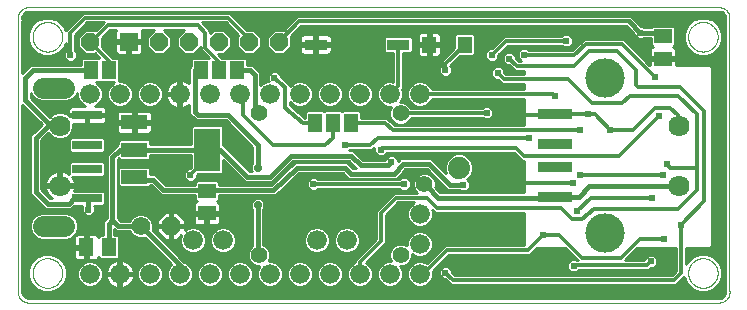
<source format=gtl>
G75*
%MOIN*%
%OFA0B0*%
%FSLAX25Y25*%
%IPPOS*%
%LPD*%
%AMOC8*
5,1,8,0,0,1.08239X$1,22.5*
%
%ADD10C,0.00000*%
%ADD11OC8,0.06200*%
%ADD12C,0.06200*%
%ADD13R,0.05906X0.05118*%
%ADD14R,0.05118X0.05906*%
%ADD15R,0.07600X0.03800*%
%ADD16R,0.08800X0.04800*%
%ADD17R,0.08661X0.14173*%
%ADD18R,0.11811X0.03543*%
%ADD19C,0.13100*%
%ADD20R,0.04724X0.05512*%
%ADD21C,0.07400*%
%ADD22C,0.05543*%
%ADD23C,0.06600*%
%ADD24C,0.07050*%
%ADD25OC8,0.06000*%
%ADD26R,0.06000X0.06000*%
%ADD27R,0.09843X0.03150*%
%ADD28C,0.07000*%
%ADD29R,0.04600X0.06300*%
%ADD30C,0.01600*%
%ADD31C,0.01200*%
%ADD32C,0.02400*%
%ADD33C,0.01000*%
%ADD34OC8,0.02400*%
D10*
X0058802Y0005150D02*
X0058802Y0096488D01*
X0058791Y0096607D01*
X0058783Y0096726D01*
X0058780Y0096845D01*
X0058781Y0096964D01*
X0058786Y0097083D01*
X0058794Y0097202D01*
X0058807Y0097320D01*
X0058824Y0097438D01*
X0058844Y0097556D01*
X0058869Y0097672D01*
X0058897Y0097788D01*
X0058929Y0097903D01*
X0058965Y0098016D01*
X0059005Y0098129D01*
X0059049Y0098240D01*
X0059096Y0098349D01*
X0059147Y0098457D01*
X0059201Y0098563D01*
X0059259Y0098667D01*
X0059320Y0098769D01*
X0059385Y0098869D01*
X0059453Y0098967D01*
X0059524Y0099062D01*
X0059599Y0099155D01*
X0059676Y0099246D01*
X0059757Y0099334D01*
X0059840Y0099419D01*
X0059926Y0099501D01*
X0060015Y0099580D01*
X0060107Y0099657D01*
X0060201Y0099730D01*
X0060297Y0099800D01*
X0060396Y0099867D01*
X0060496Y0099930D01*
X0060599Y0099990D01*
X0060704Y0100047D01*
X0060811Y0100100D01*
X0060919Y0100149D01*
X0061029Y0100195D01*
X0061141Y0100237D01*
X0061253Y0100276D01*
X0061367Y0100310D01*
X0061483Y0100341D01*
X0061599Y0100368D01*
X0061716Y0100391D01*
X0061833Y0100410D01*
X0061951Y0100425D01*
X0292069Y0100425D01*
X0292185Y0100436D01*
X0292302Y0100443D01*
X0292419Y0100447D01*
X0292535Y0100446D01*
X0292652Y0100442D01*
X0292768Y0100434D01*
X0292884Y0100422D01*
X0293000Y0100406D01*
X0293115Y0100387D01*
X0293229Y0100364D01*
X0293343Y0100337D01*
X0293455Y0100306D01*
X0293567Y0100272D01*
X0293677Y0100234D01*
X0293786Y0100192D01*
X0293894Y0100147D01*
X0294000Y0100099D01*
X0294104Y0100047D01*
X0294207Y0099991D01*
X0294308Y0099933D01*
X0294406Y0099871D01*
X0294503Y0099805D01*
X0294598Y0099737D01*
X0294690Y0099666D01*
X0294780Y0099591D01*
X0294867Y0099514D01*
X0294952Y0099434D01*
X0295034Y0099351D01*
X0295114Y0099266D01*
X0295190Y0099178D01*
X0295264Y0099087D01*
X0295335Y0098995D01*
X0295402Y0098899D01*
X0295467Y0098802D01*
X0295528Y0098703D01*
X0295586Y0098602D01*
X0295640Y0098499D01*
X0295692Y0098394D01*
X0295739Y0098287D01*
X0295784Y0098179D01*
X0295824Y0098070D01*
X0295861Y0097959D01*
X0295895Y0097848D01*
X0295924Y0097735D01*
X0295951Y0097621D01*
X0295973Y0097507D01*
X0295991Y0097391D01*
X0296006Y0097276D01*
X0296006Y0005937D01*
X0296017Y0005821D01*
X0296024Y0005704D01*
X0296028Y0005587D01*
X0296027Y0005471D01*
X0296023Y0005354D01*
X0296015Y0005238D01*
X0296003Y0005122D01*
X0295987Y0005006D01*
X0295968Y0004891D01*
X0295945Y0004777D01*
X0295918Y0004663D01*
X0295887Y0004551D01*
X0295853Y0004439D01*
X0295815Y0004329D01*
X0295773Y0004220D01*
X0295728Y0004112D01*
X0295680Y0004006D01*
X0295628Y0003902D01*
X0295572Y0003799D01*
X0295514Y0003698D01*
X0295452Y0003600D01*
X0295386Y0003503D01*
X0295318Y0003408D01*
X0295247Y0003316D01*
X0295172Y0003226D01*
X0295095Y0003139D01*
X0295015Y0003054D01*
X0294932Y0002972D01*
X0294847Y0002892D01*
X0294759Y0002816D01*
X0294668Y0002742D01*
X0294576Y0002671D01*
X0294480Y0002604D01*
X0294383Y0002539D01*
X0294284Y0002478D01*
X0294183Y0002420D01*
X0294080Y0002366D01*
X0293975Y0002314D01*
X0293868Y0002267D01*
X0293760Y0002222D01*
X0293651Y0002182D01*
X0293540Y0002145D01*
X0293429Y0002111D01*
X0293316Y0002082D01*
X0293202Y0002055D01*
X0293088Y0002033D01*
X0292972Y0002015D01*
X0292857Y0002000D01*
X0062739Y0002000D01*
X0062623Y0001989D01*
X0062506Y0001982D01*
X0062389Y0001978D01*
X0062273Y0001979D01*
X0062156Y0001983D01*
X0062040Y0001991D01*
X0061924Y0002003D01*
X0061808Y0002019D01*
X0061693Y0002038D01*
X0061579Y0002061D01*
X0061465Y0002088D01*
X0061353Y0002119D01*
X0061241Y0002153D01*
X0061131Y0002191D01*
X0061022Y0002233D01*
X0060914Y0002278D01*
X0060808Y0002326D01*
X0060704Y0002378D01*
X0060601Y0002434D01*
X0060500Y0002492D01*
X0060402Y0002554D01*
X0060305Y0002620D01*
X0060210Y0002688D01*
X0060118Y0002759D01*
X0060028Y0002834D01*
X0059941Y0002911D01*
X0059856Y0002991D01*
X0059774Y0003074D01*
X0059694Y0003159D01*
X0059618Y0003247D01*
X0059544Y0003338D01*
X0059473Y0003430D01*
X0059406Y0003526D01*
X0059341Y0003623D01*
X0059280Y0003722D01*
X0059222Y0003823D01*
X0059168Y0003926D01*
X0059116Y0004031D01*
X0059069Y0004138D01*
X0059024Y0004246D01*
X0058984Y0004355D01*
X0058947Y0004466D01*
X0058913Y0004577D01*
X0058884Y0004690D01*
X0058857Y0004804D01*
X0058835Y0004918D01*
X0058817Y0005034D01*
X0058802Y0005149D01*
X0063723Y0011843D02*
X0063725Y0011983D01*
X0063731Y0012123D01*
X0063741Y0012262D01*
X0063755Y0012401D01*
X0063773Y0012540D01*
X0063794Y0012678D01*
X0063820Y0012816D01*
X0063850Y0012953D01*
X0063883Y0013088D01*
X0063921Y0013223D01*
X0063962Y0013357D01*
X0064007Y0013490D01*
X0064055Y0013621D01*
X0064108Y0013750D01*
X0064164Y0013879D01*
X0064223Y0014005D01*
X0064287Y0014130D01*
X0064353Y0014253D01*
X0064424Y0014374D01*
X0064497Y0014493D01*
X0064574Y0014610D01*
X0064655Y0014724D01*
X0064738Y0014836D01*
X0064825Y0014946D01*
X0064915Y0015054D01*
X0065007Y0015158D01*
X0065103Y0015260D01*
X0065202Y0015360D01*
X0065303Y0015456D01*
X0065407Y0015550D01*
X0065514Y0015640D01*
X0065623Y0015727D01*
X0065735Y0015812D01*
X0065849Y0015893D01*
X0065965Y0015971D01*
X0066083Y0016045D01*
X0066204Y0016116D01*
X0066326Y0016184D01*
X0066451Y0016248D01*
X0066577Y0016309D01*
X0066704Y0016366D01*
X0066834Y0016419D01*
X0066965Y0016469D01*
X0067097Y0016514D01*
X0067230Y0016557D01*
X0067365Y0016595D01*
X0067500Y0016629D01*
X0067637Y0016660D01*
X0067774Y0016687D01*
X0067912Y0016709D01*
X0068051Y0016728D01*
X0068190Y0016743D01*
X0068329Y0016754D01*
X0068469Y0016761D01*
X0068609Y0016764D01*
X0068749Y0016763D01*
X0068889Y0016758D01*
X0069028Y0016749D01*
X0069168Y0016736D01*
X0069307Y0016719D01*
X0069445Y0016698D01*
X0069583Y0016674D01*
X0069720Y0016645D01*
X0069856Y0016613D01*
X0069991Y0016576D01*
X0070125Y0016536D01*
X0070258Y0016492D01*
X0070389Y0016444D01*
X0070519Y0016393D01*
X0070648Y0016338D01*
X0070775Y0016279D01*
X0070900Y0016216D01*
X0071023Y0016151D01*
X0071145Y0016081D01*
X0071264Y0016008D01*
X0071382Y0015932D01*
X0071497Y0015853D01*
X0071610Y0015770D01*
X0071720Y0015684D01*
X0071828Y0015595D01*
X0071933Y0015503D01*
X0072036Y0015408D01*
X0072136Y0015310D01*
X0072233Y0015210D01*
X0072327Y0015106D01*
X0072419Y0015000D01*
X0072507Y0014892D01*
X0072592Y0014781D01*
X0072674Y0014667D01*
X0072753Y0014551D01*
X0072828Y0014434D01*
X0072900Y0014314D01*
X0072968Y0014192D01*
X0073033Y0014068D01*
X0073095Y0013942D01*
X0073153Y0013815D01*
X0073207Y0013686D01*
X0073258Y0013555D01*
X0073304Y0013423D01*
X0073347Y0013290D01*
X0073387Y0013156D01*
X0073422Y0013021D01*
X0073454Y0012884D01*
X0073481Y0012747D01*
X0073505Y0012609D01*
X0073525Y0012471D01*
X0073541Y0012332D01*
X0073553Y0012192D01*
X0073561Y0012053D01*
X0073565Y0011913D01*
X0073565Y0011773D01*
X0073561Y0011633D01*
X0073553Y0011494D01*
X0073541Y0011354D01*
X0073525Y0011215D01*
X0073505Y0011077D01*
X0073481Y0010939D01*
X0073454Y0010802D01*
X0073422Y0010665D01*
X0073387Y0010530D01*
X0073347Y0010396D01*
X0073304Y0010263D01*
X0073258Y0010131D01*
X0073207Y0010000D01*
X0073153Y0009871D01*
X0073095Y0009744D01*
X0073033Y0009618D01*
X0072968Y0009494D01*
X0072900Y0009372D01*
X0072828Y0009252D01*
X0072753Y0009135D01*
X0072674Y0009019D01*
X0072592Y0008905D01*
X0072507Y0008794D01*
X0072419Y0008686D01*
X0072327Y0008580D01*
X0072233Y0008476D01*
X0072136Y0008376D01*
X0072036Y0008278D01*
X0071933Y0008183D01*
X0071828Y0008091D01*
X0071720Y0008002D01*
X0071610Y0007916D01*
X0071497Y0007833D01*
X0071382Y0007754D01*
X0071264Y0007678D01*
X0071145Y0007605D01*
X0071023Y0007535D01*
X0070900Y0007470D01*
X0070775Y0007407D01*
X0070648Y0007348D01*
X0070519Y0007293D01*
X0070389Y0007242D01*
X0070258Y0007194D01*
X0070125Y0007150D01*
X0069991Y0007110D01*
X0069856Y0007073D01*
X0069720Y0007041D01*
X0069583Y0007012D01*
X0069445Y0006988D01*
X0069307Y0006967D01*
X0069168Y0006950D01*
X0069028Y0006937D01*
X0068889Y0006928D01*
X0068749Y0006923D01*
X0068609Y0006922D01*
X0068469Y0006925D01*
X0068329Y0006932D01*
X0068190Y0006943D01*
X0068051Y0006958D01*
X0067912Y0006977D01*
X0067774Y0006999D01*
X0067637Y0007026D01*
X0067500Y0007057D01*
X0067365Y0007091D01*
X0067230Y0007129D01*
X0067097Y0007172D01*
X0066965Y0007217D01*
X0066834Y0007267D01*
X0066704Y0007320D01*
X0066577Y0007377D01*
X0066451Y0007438D01*
X0066326Y0007502D01*
X0066204Y0007570D01*
X0066083Y0007641D01*
X0065965Y0007715D01*
X0065849Y0007793D01*
X0065735Y0007874D01*
X0065623Y0007959D01*
X0065514Y0008046D01*
X0065407Y0008136D01*
X0065303Y0008230D01*
X0065202Y0008326D01*
X0065103Y0008426D01*
X0065007Y0008528D01*
X0064915Y0008632D01*
X0064825Y0008740D01*
X0064738Y0008850D01*
X0064655Y0008962D01*
X0064574Y0009076D01*
X0064497Y0009193D01*
X0064424Y0009312D01*
X0064353Y0009433D01*
X0064287Y0009556D01*
X0064223Y0009681D01*
X0064164Y0009807D01*
X0064108Y0009936D01*
X0064055Y0010065D01*
X0064007Y0010196D01*
X0063962Y0010329D01*
X0063921Y0010463D01*
X0063883Y0010598D01*
X0063850Y0010733D01*
X0063820Y0010870D01*
X0063794Y0011008D01*
X0063773Y0011146D01*
X0063755Y0011285D01*
X0063741Y0011424D01*
X0063731Y0011563D01*
X0063725Y0011703D01*
X0063723Y0011843D01*
X0066085Y0027469D02*
X0066087Y0027548D01*
X0066093Y0027627D01*
X0066103Y0027706D01*
X0066117Y0027784D01*
X0066134Y0027861D01*
X0066156Y0027937D01*
X0066181Y0028012D01*
X0066211Y0028085D01*
X0066243Y0028157D01*
X0066280Y0028228D01*
X0066320Y0028296D01*
X0066363Y0028362D01*
X0066409Y0028426D01*
X0066459Y0028488D01*
X0066512Y0028547D01*
X0066567Y0028603D01*
X0066626Y0028657D01*
X0066687Y0028707D01*
X0066750Y0028755D01*
X0066816Y0028799D01*
X0066884Y0028840D01*
X0066954Y0028877D01*
X0067025Y0028911D01*
X0067099Y0028941D01*
X0067173Y0028967D01*
X0067249Y0028989D01*
X0067326Y0029008D01*
X0067404Y0029023D01*
X0067482Y0029034D01*
X0067561Y0029041D01*
X0067640Y0029044D01*
X0067719Y0029043D01*
X0067798Y0029038D01*
X0067877Y0029029D01*
X0067955Y0029016D01*
X0068032Y0028999D01*
X0068109Y0028979D01*
X0068184Y0028954D01*
X0068258Y0028926D01*
X0068331Y0028894D01*
X0068401Y0028859D01*
X0068470Y0028820D01*
X0068537Y0028777D01*
X0068602Y0028731D01*
X0068664Y0028683D01*
X0068724Y0028631D01*
X0068781Y0028576D01*
X0068835Y0028518D01*
X0068886Y0028458D01*
X0068934Y0028395D01*
X0068979Y0028330D01*
X0069021Y0028262D01*
X0069059Y0028193D01*
X0069093Y0028122D01*
X0069124Y0028049D01*
X0069152Y0027974D01*
X0069175Y0027899D01*
X0069195Y0027822D01*
X0069211Y0027745D01*
X0069223Y0027666D01*
X0069231Y0027588D01*
X0069235Y0027509D01*
X0069235Y0027429D01*
X0069231Y0027350D01*
X0069223Y0027272D01*
X0069211Y0027193D01*
X0069195Y0027116D01*
X0069175Y0027039D01*
X0069152Y0026964D01*
X0069124Y0026889D01*
X0069093Y0026816D01*
X0069059Y0026745D01*
X0069021Y0026676D01*
X0068979Y0026608D01*
X0068934Y0026543D01*
X0068886Y0026480D01*
X0068835Y0026420D01*
X0068781Y0026362D01*
X0068724Y0026307D01*
X0068664Y0026255D01*
X0068602Y0026207D01*
X0068537Y0026161D01*
X0068470Y0026118D01*
X0068401Y0026079D01*
X0068331Y0026044D01*
X0068258Y0026012D01*
X0068184Y0025984D01*
X0068109Y0025959D01*
X0068032Y0025939D01*
X0067955Y0025922D01*
X0067877Y0025909D01*
X0067798Y0025900D01*
X0067719Y0025895D01*
X0067640Y0025894D01*
X0067561Y0025897D01*
X0067482Y0025904D01*
X0067404Y0025915D01*
X0067326Y0025930D01*
X0067249Y0025949D01*
X0067173Y0025971D01*
X0067099Y0025997D01*
X0067025Y0026027D01*
X0066954Y0026061D01*
X0066884Y0026098D01*
X0066816Y0026139D01*
X0066750Y0026183D01*
X0066687Y0026231D01*
X0066626Y0026281D01*
X0066567Y0026335D01*
X0066512Y0026391D01*
X0066459Y0026450D01*
X0066409Y0026512D01*
X0066363Y0026576D01*
X0066320Y0026642D01*
X0066280Y0026710D01*
X0066243Y0026781D01*
X0066211Y0026853D01*
X0066181Y0026926D01*
X0066156Y0027001D01*
X0066134Y0027077D01*
X0066117Y0027154D01*
X0066103Y0027232D01*
X0066093Y0027311D01*
X0066087Y0027390D01*
X0066085Y0027469D01*
X0067660Y0027469D02*
X0067662Y0027548D01*
X0067668Y0027627D01*
X0067678Y0027706D01*
X0067692Y0027784D01*
X0067709Y0027861D01*
X0067731Y0027937D01*
X0067756Y0028012D01*
X0067786Y0028085D01*
X0067818Y0028157D01*
X0067855Y0028228D01*
X0067895Y0028296D01*
X0067938Y0028362D01*
X0067984Y0028426D01*
X0068034Y0028488D01*
X0068087Y0028547D01*
X0068142Y0028603D01*
X0068201Y0028657D01*
X0068262Y0028707D01*
X0068325Y0028755D01*
X0068391Y0028799D01*
X0068459Y0028840D01*
X0068529Y0028877D01*
X0068600Y0028911D01*
X0068674Y0028941D01*
X0068748Y0028967D01*
X0068824Y0028989D01*
X0068901Y0029008D01*
X0068979Y0029023D01*
X0069057Y0029034D01*
X0069136Y0029041D01*
X0069215Y0029044D01*
X0069294Y0029043D01*
X0069373Y0029038D01*
X0069452Y0029029D01*
X0069530Y0029016D01*
X0069607Y0028999D01*
X0069684Y0028979D01*
X0069759Y0028954D01*
X0069833Y0028926D01*
X0069906Y0028894D01*
X0069976Y0028859D01*
X0070045Y0028820D01*
X0070112Y0028777D01*
X0070177Y0028731D01*
X0070239Y0028683D01*
X0070299Y0028631D01*
X0070356Y0028576D01*
X0070410Y0028518D01*
X0070461Y0028458D01*
X0070509Y0028395D01*
X0070554Y0028330D01*
X0070596Y0028262D01*
X0070634Y0028193D01*
X0070668Y0028122D01*
X0070699Y0028049D01*
X0070727Y0027974D01*
X0070750Y0027899D01*
X0070770Y0027822D01*
X0070786Y0027745D01*
X0070798Y0027666D01*
X0070806Y0027588D01*
X0070810Y0027509D01*
X0070810Y0027429D01*
X0070806Y0027350D01*
X0070798Y0027272D01*
X0070786Y0027193D01*
X0070770Y0027116D01*
X0070750Y0027039D01*
X0070727Y0026964D01*
X0070699Y0026889D01*
X0070668Y0026816D01*
X0070634Y0026745D01*
X0070596Y0026676D01*
X0070554Y0026608D01*
X0070509Y0026543D01*
X0070461Y0026480D01*
X0070410Y0026420D01*
X0070356Y0026362D01*
X0070299Y0026307D01*
X0070239Y0026255D01*
X0070177Y0026207D01*
X0070112Y0026161D01*
X0070045Y0026118D01*
X0069976Y0026079D01*
X0069906Y0026044D01*
X0069833Y0026012D01*
X0069759Y0025984D01*
X0069684Y0025959D01*
X0069607Y0025939D01*
X0069530Y0025922D01*
X0069452Y0025909D01*
X0069373Y0025900D01*
X0069294Y0025895D01*
X0069215Y0025894D01*
X0069136Y0025897D01*
X0069057Y0025904D01*
X0068979Y0025915D01*
X0068901Y0025930D01*
X0068824Y0025949D01*
X0068748Y0025971D01*
X0068674Y0025997D01*
X0068600Y0026027D01*
X0068529Y0026061D01*
X0068459Y0026098D01*
X0068391Y0026139D01*
X0068325Y0026183D01*
X0068262Y0026231D01*
X0068201Y0026281D01*
X0068142Y0026335D01*
X0068087Y0026391D01*
X0068034Y0026450D01*
X0067984Y0026512D01*
X0067938Y0026576D01*
X0067895Y0026642D01*
X0067855Y0026710D01*
X0067818Y0026781D01*
X0067786Y0026853D01*
X0067756Y0026926D01*
X0067731Y0027001D01*
X0067709Y0027077D01*
X0067692Y0027154D01*
X0067678Y0027232D01*
X0067668Y0027311D01*
X0067662Y0027390D01*
X0067660Y0027469D01*
X0070809Y0027469D02*
X0070811Y0027548D01*
X0070817Y0027627D01*
X0070827Y0027706D01*
X0070841Y0027784D01*
X0070858Y0027861D01*
X0070880Y0027937D01*
X0070905Y0028012D01*
X0070935Y0028085D01*
X0070967Y0028157D01*
X0071004Y0028228D01*
X0071044Y0028296D01*
X0071087Y0028362D01*
X0071133Y0028426D01*
X0071183Y0028488D01*
X0071236Y0028547D01*
X0071291Y0028603D01*
X0071350Y0028657D01*
X0071411Y0028707D01*
X0071474Y0028755D01*
X0071540Y0028799D01*
X0071608Y0028840D01*
X0071678Y0028877D01*
X0071749Y0028911D01*
X0071823Y0028941D01*
X0071897Y0028967D01*
X0071973Y0028989D01*
X0072050Y0029008D01*
X0072128Y0029023D01*
X0072206Y0029034D01*
X0072285Y0029041D01*
X0072364Y0029044D01*
X0072443Y0029043D01*
X0072522Y0029038D01*
X0072601Y0029029D01*
X0072679Y0029016D01*
X0072756Y0028999D01*
X0072833Y0028979D01*
X0072908Y0028954D01*
X0072982Y0028926D01*
X0073055Y0028894D01*
X0073125Y0028859D01*
X0073194Y0028820D01*
X0073261Y0028777D01*
X0073326Y0028731D01*
X0073388Y0028683D01*
X0073448Y0028631D01*
X0073505Y0028576D01*
X0073559Y0028518D01*
X0073610Y0028458D01*
X0073658Y0028395D01*
X0073703Y0028330D01*
X0073745Y0028262D01*
X0073783Y0028193D01*
X0073817Y0028122D01*
X0073848Y0028049D01*
X0073876Y0027974D01*
X0073899Y0027899D01*
X0073919Y0027822D01*
X0073935Y0027745D01*
X0073947Y0027666D01*
X0073955Y0027588D01*
X0073959Y0027509D01*
X0073959Y0027429D01*
X0073955Y0027350D01*
X0073947Y0027272D01*
X0073935Y0027193D01*
X0073919Y0027116D01*
X0073899Y0027039D01*
X0073876Y0026964D01*
X0073848Y0026889D01*
X0073817Y0026816D01*
X0073783Y0026745D01*
X0073745Y0026676D01*
X0073703Y0026608D01*
X0073658Y0026543D01*
X0073610Y0026480D01*
X0073559Y0026420D01*
X0073505Y0026362D01*
X0073448Y0026307D01*
X0073388Y0026255D01*
X0073326Y0026207D01*
X0073261Y0026161D01*
X0073194Y0026118D01*
X0073125Y0026079D01*
X0073055Y0026044D01*
X0072982Y0026012D01*
X0072908Y0025984D01*
X0072833Y0025959D01*
X0072756Y0025939D01*
X0072679Y0025922D01*
X0072601Y0025909D01*
X0072522Y0025900D01*
X0072443Y0025895D01*
X0072364Y0025894D01*
X0072285Y0025897D01*
X0072206Y0025904D01*
X0072128Y0025915D01*
X0072050Y0025930D01*
X0071973Y0025949D01*
X0071897Y0025971D01*
X0071823Y0025997D01*
X0071749Y0026027D01*
X0071678Y0026061D01*
X0071608Y0026098D01*
X0071540Y0026139D01*
X0071474Y0026183D01*
X0071411Y0026231D01*
X0071350Y0026281D01*
X0071291Y0026335D01*
X0071236Y0026391D01*
X0071183Y0026450D01*
X0071133Y0026512D01*
X0071087Y0026576D01*
X0071044Y0026642D01*
X0071004Y0026710D01*
X0070967Y0026781D01*
X0070935Y0026853D01*
X0070905Y0026926D01*
X0070880Y0027001D01*
X0070858Y0027077D01*
X0070841Y0027154D01*
X0070827Y0027232D01*
X0070817Y0027311D01*
X0070811Y0027390D01*
X0070809Y0027469D01*
X0072384Y0027469D02*
X0072386Y0027548D01*
X0072392Y0027627D01*
X0072402Y0027706D01*
X0072416Y0027784D01*
X0072433Y0027861D01*
X0072455Y0027937D01*
X0072480Y0028012D01*
X0072510Y0028085D01*
X0072542Y0028157D01*
X0072579Y0028228D01*
X0072619Y0028296D01*
X0072662Y0028362D01*
X0072708Y0028426D01*
X0072758Y0028488D01*
X0072811Y0028547D01*
X0072866Y0028603D01*
X0072925Y0028657D01*
X0072986Y0028707D01*
X0073049Y0028755D01*
X0073115Y0028799D01*
X0073183Y0028840D01*
X0073253Y0028877D01*
X0073324Y0028911D01*
X0073398Y0028941D01*
X0073472Y0028967D01*
X0073548Y0028989D01*
X0073625Y0029008D01*
X0073703Y0029023D01*
X0073781Y0029034D01*
X0073860Y0029041D01*
X0073939Y0029044D01*
X0074018Y0029043D01*
X0074097Y0029038D01*
X0074176Y0029029D01*
X0074254Y0029016D01*
X0074331Y0028999D01*
X0074408Y0028979D01*
X0074483Y0028954D01*
X0074557Y0028926D01*
X0074630Y0028894D01*
X0074700Y0028859D01*
X0074769Y0028820D01*
X0074836Y0028777D01*
X0074901Y0028731D01*
X0074963Y0028683D01*
X0075023Y0028631D01*
X0075080Y0028576D01*
X0075134Y0028518D01*
X0075185Y0028458D01*
X0075233Y0028395D01*
X0075278Y0028330D01*
X0075320Y0028262D01*
X0075358Y0028193D01*
X0075392Y0028122D01*
X0075423Y0028049D01*
X0075451Y0027974D01*
X0075474Y0027899D01*
X0075494Y0027822D01*
X0075510Y0027745D01*
X0075522Y0027666D01*
X0075530Y0027588D01*
X0075534Y0027509D01*
X0075534Y0027429D01*
X0075530Y0027350D01*
X0075522Y0027272D01*
X0075510Y0027193D01*
X0075494Y0027116D01*
X0075474Y0027039D01*
X0075451Y0026964D01*
X0075423Y0026889D01*
X0075392Y0026816D01*
X0075358Y0026745D01*
X0075320Y0026676D01*
X0075278Y0026608D01*
X0075233Y0026543D01*
X0075185Y0026480D01*
X0075134Y0026420D01*
X0075080Y0026362D01*
X0075023Y0026307D01*
X0074963Y0026255D01*
X0074901Y0026207D01*
X0074836Y0026161D01*
X0074769Y0026118D01*
X0074700Y0026079D01*
X0074630Y0026044D01*
X0074557Y0026012D01*
X0074483Y0025984D01*
X0074408Y0025959D01*
X0074331Y0025939D01*
X0074254Y0025922D01*
X0074176Y0025909D01*
X0074097Y0025900D01*
X0074018Y0025895D01*
X0073939Y0025894D01*
X0073860Y0025897D01*
X0073781Y0025904D01*
X0073703Y0025915D01*
X0073625Y0025930D01*
X0073548Y0025949D01*
X0073472Y0025971D01*
X0073398Y0025997D01*
X0073324Y0026027D01*
X0073253Y0026061D01*
X0073183Y0026098D01*
X0073115Y0026139D01*
X0073049Y0026183D01*
X0072986Y0026231D01*
X0072925Y0026281D01*
X0072866Y0026335D01*
X0072811Y0026391D01*
X0072758Y0026450D01*
X0072708Y0026512D01*
X0072662Y0026576D01*
X0072619Y0026642D01*
X0072579Y0026710D01*
X0072542Y0026781D01*
X0072510Y0026853D01*
X0072480Y0026926D01*
X0072455Y0027001D01*
X0072433Y0027077D01*
X0072416Y0027154D01*
X0072402Y0027232D01*
X0072392Y0027311D01*
X0072386Y0027390D01*
X0072384Y0027469D01*
X0070809Y0073531D02*
X0070811Y0073610D01*
X0070817Y0073689D01*
X0070827Y0073768D01*
X0070841Y0073846D01*
X0070858Y0073923D01*
X0070880Y0073999D01*
X0070905Y0074074D01*
X0070935Y0074147D01*
X0070967Y0074219D01*
X0071004Y0074290D01*
X0071044Y0074358D01*
X0071087Y0074424D01*
X0071133Y0074488D01*
X0071183Y0074550D01*
X0071236Y0074609D01*
X0071291Y0074665D01*
X0071350Y0074719D01*
X0071411Y0074769D01*
X0071474Y0074817D01*
X0071540Y0074861D01*
X0071608Y0074902D01*
X0071678Y0074939D01*
X0071749Y0074973D01*
X0071823Y0075003D01*
X0071897Y0075029D01*
X0071973Y0075051D01*
X0072050Y0075070D01*
X0072128Y0075085D01*
X0072206Y0075096D01*
X0072285Y0075103D01*
X0072364Y0075106D01*
X0072443Y0075105D01*
X0072522Y0075100D01*
X0072601Y0075091D01*
X0072679Y0075078D01*
X0072756Y0075061D01*
X0072833Y0075041D01*
X0072908Y0075016D01*
X0072982Y0074988D01*
X0073055Y0074956D01*
X0073125Y0074921D01*
X0073194Y0074882D01*
X0073261Y0074839D01*
X0073326Y0074793D01*
X0073388Y0074745D01*
X0073448Y0074693D01*
X0073505Y0074638D01*
X0073559Y0074580D01*
X0073610Y0074520D01*
X0073658Y0074457D01*
X0073703Y0074392D01*
X0073745Y0074324D01*
X0073783Y0074255D01*
X0073817Y0074184D01*
X0073848Y0074111D01*
X0073876Y0074036D01*
X0073899Y0073961D01*
X0073919Y0073884D01*
X0073935Y0073807D01*
X0073947Y0073728D01*
X0073955Y0073650D01*
X0073959Y0073571D01*
X0073959Y0073491D01*
X0073955Y0073412D01*
X0073947Y0073334D01*
X0073935Y0073255D01*
X0073919Y0073178D01*
X0073899Y0073101D01*
X0073876Y0073026D01*
X0073848Y0072951D01*
X0073817Y0072878D01*
X0073783Y0072807D01*
X0073745Y0072738D01*
X0073703Y0072670D01*
X0073658Y0072605D01*
X0073610Y0072542D01*
X0073559Y0072482D01*
X0073505Y0072424D01*
X0073448Y0072369D01*
X0073388Y0072317D01*
X0073326Y0072269D01*
X0073261Y0072223D01*
X0073194Y0072180D01*
X0073125Y0072141D01*
X0073055Y0072106D01*
X0072982Y0072074D01*
X0072908Y0072046D01*
X0072833Y0072021D01*
X0072756Y0072001D01*
X0072679Y0071984D01*
X0072601Y0071971D01*
X0072522Y0071962D01*
X0072443Y0071957D01*
X0072364Y0071956D01*
X0072285Y0071959D01*
X0072206Y0071966D01*
X0072128Y0071977D01*
X0072050Y0071992D01*
X0071973Y0072011D01*
X0071897Y0072033D01*
X0071823Y0072059D01*
X0071749Y0072089D01*
X0071678Y0072123D01*
X0071608Y0072160D01*
X0071540Y0072201D01*
X0071474Y0072245D01*
X0071411Y0072293D01*
X0071350Y0072343D01*
X0071291Y0072397D01*
X0071236Y0072453D01*
X0071183Y0072512D01*
X0071133Y0072574D01*
X0071087Y0072638D01*
X0071044Y0072704D01*
X0071004Y0072772D01*
X0070967Y0072843D01*
X0070935Y0072915D01*
X0070905Y0072988D01*
X0070880Y0073063D01*
X0070858Y0073139D01*
X0070841Y0073216D01*
X0070827Y0073294D01*
X0070817Y0073373D01*
X0070811Y0073452D01*
X0070809Y0073531D01*
X0067660Y0073531D02*
X0067662Y0073610D01*
X0067668Y0073689D01*
X0067678Y0073768D01*
X0067692Y0073846D01*
X0067709Y0073923D01*
X0067731Y0073999D01*
X0067756Y0074074D01*
X0067786Y0074147D01*
X0067818Y0074219D01*
X0067855Y0074290D01*
X0067895Y0074358D01*
X0067938Y0074424D01*
X0067984Y0074488D01*
X0068034Y0074550D01*
X0068087Y0074609D01*
X0068142Y0074665D01*
X0068201Y0074719D01*
X0068262Y0074769D01*
X0068325Y0074817D01*
X0068391Y0074861D01*
X0068459Y0074902D01*
X0068529Y0074939D01*
X0068600Y0074973D01*
X0068674Y0075003D01*
X0068748Y0075029D01*
X0068824Y0075051D01*
X0068901Y0075070D01*
X0068979Y0075085D01*
X0069057Y0075096D01*
X0069136Y0075103D01*
X0069215Y0075106D01*
X0069294Y0075105D01*
X0069373Y0075100D01*
X0069452Y0075091D01*
X0069530Y0075078D01*
X0069607Y0075061D01*
X0069684Y0075041D01*
X0069759Y0075016D01*
X0069833Y0074988D01*
X0069906Y0074956D01*
X0069976Y0074921D01*
X0070045Y0074882D01*
X0070112Y0074839D01*
X0070177Y0074793D01*
X0070239Y0074745D01*
X0070299Y0074693D01*
X0070356Y0074638D01*
X0070410Y0074580D01*
X0070461Y0074520D01*
X0070509Y0074457D01*
X0070554Y0074392D01*
X0070596Y0074324D01*
X0070634Y0074255D01*
X0070668Y0074184D01*
X0070699Y0074111D01*
X0070727Y0074036D01*
X0070750Y0073961D01*
X0070770Y0073884D01*
X0070786Y0073807D01*
X0070798Y0073728D01*
X0070806Y0073650D01*
X0070810Y0073571D01*
X0070810Y0073491D01*
X0070806Y0073412D01*
X0070798Y0073334D01*
X0070786Y0073255D01*
X0070770Y0073178D01*
X0070750Y0073101D01*
X0070727Y0073026D01*
X0070699Y0072951D01*
X0070668Y0072878D01*
X0070634Y0072807D01*
X0070596Y0072738D01*
X0070554Y0072670D01*
X0070509Y0072605D01*
X0070461Y0072542D01*
X0070410Y0072482D01*
X0070356Y0072424D01*
X0070299Y0072369D01*
X0070239Y0072317D01*
X0070177Y0072269D01*
X0070112Y0072223D01*
X0070045Y0072180D01*
X0069976Y0072141D01*
X0069906Y0072106D01*
X0069833Y0072074D01*
X0069759Y0072046D01*
X0069684Y0072021D01*
X0069607Y0072001D01*
X0069530Y0071984D01*
X0069452Y0071971D01*
X0069373Y0071962D01*
X0069294Y0071957D01*
X0069215Y0071956D01*
X0069136Y0071959D01*
X0069057Y0071966D01*
X0068979Y0071977D01*
X0068901Y0071992D01*
X0068824Y0072011D01*
X0068748Y0072033D01*
X0068674Y0072059D01*
X0068600Y0072089D01*
X0068529Y0072123D01*
X0068459Y0072160D01*
X0068391Y0072201D01*
X0068325Y0072245D01*
X0068262Y0072293D01*
X0068201Y0072343D01*
X0068142Y0072397D01*
X0068087Y0072453D01*
X0068034Y0072512D01*
X0067984Y0072574D01*
X0067938Y0072638D01*
X0067895Y0072704D01*
X0067855Y0072772D01*
X0067818Y0072843D01*
X0067786Y0072915D01*
X0067756Y0072988D01*
X0067731Y0073063D01*
X0067709Y0073139D01*
X0067692Y0073216D01*
X0067678Y0073294D01*
X0067668Y0073373D01*
X0067662Y0073452D01*
X0067660Y0073531D01*
X0066085Y0073531D02*
X0066087Y0073610D01*
X0066093Y0073689D01*
X0066103Y0073768D01*
X0066117Y0073846D01*
X0066134Y0073923D01*
X0066156Y0073999D01*
X0066181Y0074074D01*
X0066211Y0074147D01*
X0066243Y0074219D01*
X0066280Y0074290D01*
X0066320Y0074358D01*
X0066363Y0074424D01*
X0066409Y0074488D01*
X0066459Y0074550D01*
X0066512Y0074609D01*
X0066567Y0074665D01*
X0066626Y0074719D01*
X0066687Y0074769D01*
X0066750Y0074817D01*
X0066816Y0074861D01*
X0066884Y0074902D01*
X0066954Y0074939D01*
X0067025Y0074973D01*
X0067099Y0075003D01*
X0067173Y0075029D01*
X0067249Y0075051D01*
X0067326Y0075070D01*
X0067404Y0075085D01*
X0067482Y0075096D01*
X0067561Y0075103D01*
X0067640Y0075106D01*
X0067719Y0075105D01*
X0067798Y0075100D01*
X0067877Y0075091D01*
X0067955Y0075078D01*
X0068032Y0075061D01*
X0068109Y0075041D01*
X0068184Y0075016D01*
X0068258Y0074988D01*
X0068331Y0074956D01*
X0068401Y0074921D01*
X0068470Y0074882D01*
X0068537Y0074839D01*
X0068602Y0074793D01*
X0068664Y0074745D01*
X0068724Y0074693D01*
X0068781Y0074638D01*
X0068835Y0074580D01*
X0068886Y0074520D01*
X0068934Y0074457D01*
X0068979Y0074392D01*
X0069021Y0074324D01*
X0069059Y0074255D01*
X0069093Y0074184D01*
X0069124Y0074111D01*
X0069152Y0074036D01*
X0069175Y0073961D01*
X0069195Y0073884D01*
X0069211Y0073807D01*
X0069223Y0073728D01*
X0069231Y0073650D01*
X0069235Y0073571D01*
X0069235Y0073491D01*
X0069231Y0073412D01*
X0069223Y0073334D01*
X0069211Y0073255D01*
X0069195Y0073178D01*
X0069175Y0073101D01*
X0069152Y0073026D01*
X0069124Y0072951D01*
X0069093Y0072878D01*
X0069059Y0072807D01*
X0069021Y0072738D01*
X0068979Y0072670D01*
X0068934Y0072605D01*
X0068886Y0072542D01*
X0068835Y0072482D01*
X0068781Y0072424D01*
X0068724Y0072369D01*
X0068664Y0072317D01*
X0068602Y0072269D01*
X0068537Y0072223D01*
X0068470Y0072180D01*
X0068401Y0072141D01*
X0068331Y0072106D01*
X0068258Y0072074D01*
X0068184Y0072046D01*
X0068109Y0072021D01*
X0068032Y0072001D01*
X0067955Y0071984D01*
X0067877Y0071971D01*
X0067798Y0071962D01*
X0067719Y0071957D01*
X0067640Y0071956D01*
X0067561Y0071959D01*
X0067482Y0071966D01*
X0067404Y0071977D01*
X0067326Y0071992D01*
X0067249Y0072011D01*
X0067173Y0072033D01*
X0067099Y0072059D01*
X0067025Y0072089D01*
X0066954Y0072123D01*
X0066884Y0072160D01*
X0066816Y0072201D01*
X0066750Y0072245D01*
X0066687Y0072293D01*
X0066626Y0072343D01*
X0066567Y0072397D01*
X0066512Y0072453D01*
X0066459Y0072512D01*
X0066409Y0072574D01*
X0066363Y0072638D01*
X0066320Y0072704D01*
X0066280Y0072772D01*
X0066243Y0072843D01*
X0066211Y0072915D01*
X0066181Y0072988D01*
X0066156Y0073063D01*
X0066134Y0073139D01*
X0066117Y0073216D01*
X0066103Y0073294D01*
X0066093Y0073373D01*
X0066087Y0073452D01*
X0066085Y0073531D01*
X0072384Y0073531D02*
X0072386Y0073610D01*
X0072392Y0073689D01*
X0072402Y0073768D01*
X0072416Y0073846D01*
X0072433Y0073923D01*
X0072455Y0073999D01*
X0072480Y0074074D01*
X0072510Y0074147D01*
X0072542Y0074219D01*
X0072579Y0074290D01*
X0072619Y0074358D01*
X0072662Y0074424D01*
X0072708Y0074488D01*
X0072758Y0074550D01*
X0072811Y0074609D01*
X0072866Y0074665D01*
X0072925Y0074719D01*
X0072986Y0074769D01*
X0073049Y0074817D01*
X0073115Y0074861D01*
X0073183Y0074902D01*
X0073253Y0074939D01*
X0073324Y0074973D01*
X0073398Y0075003D01*
X0073472Y0075029D01*
X0073548Y0075051D01*
X0073625Y0075070D01*
X0073703Y0075085D01*
X0073781Y0075096D01*
X0073860Y0075103D01*
X0073939Y0075106D01*
X0074018Y0075105D01*
X0074097Y0075100D01*
X0074176Y0075091D01*
X0074254Y0075078D01*
X0074331Y0075061D01*
X0074408Y0075041D01*
X0074483Y0075016D01*
X0074557Y0074988D01*
X0074630Y0074956D01*
X0074700Y0074921D01*
X0074769Y0074882D01*
X0074836Y0074839D01*
X0074901Y0074793D01*
X0074963Y0074745D01*
X0075023Y0074693D01*
X0075080Y0074638D01*
X0075134Y0074580D01*
X0075185Y0074520D01*
X0075233Y0074457D01*
X0075278Y0074392D01*
X0075320Y0074324D01*
X0075358Y0074255D01*
X0075392Y0074184D01*
X0075423Y0074111D01*
X0075451Y0074036D01*
X0075474Y0073961D01*
X0075494Y0073884D01*
X0075510Y0073807D01*
X0075522Y0073728D01*
X0075530Y0073650D01*
X0075534Y0073571D01*
X0075534Y0073491D01*
X0075530Y0073412D01*
X0075522Y0073334D01*
X0075510Y0073255D01*
X0075494Y0073178D01*
X0075474Y0073101D01*
X0075451Y0073026D01*
X0075423Y0072951D01*
X0075392Y0072878D01*
X0075358Y0072807D01*
X0075320Y0072738D01*
X0075278Y0072670D01*
X0075233Y0072605D01*
X0075185Y0072542D01*
X0075134Y0072482D01*
X0075080Y0072424D01*
X0075023Y0072369D01*
X0074963Y0072317D01*
X0074901Y0072269D01*
X0074836Y0072223D01*
X0074769Y0072180D01*
X0074700Y0072141D01*
X0074630Y0072106D01*
X0074557Y0072074D01*
X0074483Y0072046D01*
X0074408Y0072021D01*
X0074331Y0072001D01*
X0074254Y0071984D01*
X0074176Y0071971D01*
X0074097Y0071962D01*
X0074018Y0071957D01*
X0073939Y0071956D01*
X0073860Y0071959D01*
X0073781Y0071966D01*
X0073703Y0071977D01*
X0073625Y0071992D01*
X0073548Y0072011D01*
X0073472Y0072033D01*
X0073398Y0072059D01*
X0073324Y0072089D01*
X0073253Y0072123D01*
X0073183Y0072160D01*
X0073115Y0072201D01*
X0073049Y0072245D01*
X0072986Y0072293D01*
X0072925Y0072343D01*
X0072866Y0072397D01*
X0072811Y0072453D01*
X0072758Y0072512D01*
X0072708Y0072574D01*
X0072662Y0072638D01*
X0072619Y0072704D01*
X0072579Y0072772D01*
X0072542Y0072843D01*
X0072510Y0072915D01*
X0072480Y0072988D01*
X0072455Y0073063D01*
X0072433Y0073139D01*
X0072416Y0073216D01*
X0072402Y0073294D01*
X0072392Y0073373D01*
X0072386Y0073452D01*
X0072384Y0073531D01*
X0063723Y0090583D02*
X0063725Y0090723D01*
X0063731Y0090863D01*
X0063741Y0091002D01*
X0063755Y0091141D01*
X0063773Y0091280D01*
X0063794Y0091418D01*
X0063820Y0091556D01*
X0063850Y0091693D01*
X0063883Y0091828D01*
X0063921Y0091963D01*
X0063962Y0092097D01*
X0064007Y0092230D01*
X0064055Y0092361D01*
X0064108Y0092490D01*
X0064164Y0092619D01*
X0064223Y0092745D01*
X0064287Y0092870D01*
X0064353Y0092993D01*
X0064424Y0093114D01*
X0064497Y0093233D01*
X0064574Y0093350D01*
X0064655Y0093464D01*
X0064738Y0093576D01*
X0064825Y0093686D01*
X0064915Y0093794D01*
X0065007Y0093898D01*
X0065103Y0094000D01*
X0065202Y0094100D01*
X0065303Y0094196D01*
X0065407Y0094290D01*
X0065514Y0094380D01*
X0065623Y0094467D01*
X0065735Y0094552D01*
X0065849Y0094633D01*
X0065965Y0094711D01*
X0066083Y0094785D01*
X0066204Y0094856D01*
X0066326Y0094924D01*
X0066451Y0094988D01*
X0066577Y0095049D01*
X0066704Y0095106D01*
X0066834Y0095159D01*
X0066965Y0095209D01*
X0067097Y0095254D01*
X0067230Y0095297D01*
X0067365Y0095335D01*
X0067500Y0095369D01*
X0067637Y0095400D01*
X0067774Y0095427D01*
X0067912Y0095449D01*
X0068051Y0095468D01*
X0068190Y0095483D01*
X0068329Y0095494D01*
X0068469Y0095501D01*
X0068609Y0095504D01*
X0068749Y0095503D01*
X0068889Y0095498D01*
X0069028Y0095489D01*
X0069168Y0095476D01*
X0069307Y0095459D01*
X0069445Y0095438D01*
X0069583Y0095414D01*
X0069720Y0095385D01*
X0069856Y0095353D01*
X0069991Y0095316D01*
X0070125Y0095276D01*
X0070258Y0095232D01*
X0070389Y0095184D01*
X0070519Y0095133D01*
X0070648Y0095078D01*
X0070775Y0095019D01*
X0070900Y0094956D01*
X0071023Y0094891D01*
X0071145Y0094821D01*
X0071264Y0094748D01*
X0071382Y0094672D01*
X0071497Y0094593D01*
X0071610Y0094510D01*
X0071720Y0094424D01*
X0071828Y0094335D01*
X0071933Y0094243D01*
X0072036Y0094148D01*
X0072136Y0094050D01*
X0072233Y0093950D01*
X0072327Y0093846D01*
X0072419Y0093740D01*
X0072507Y0093632D01*
X0072592Y0093521D01*
X0072674Y0093407D01*
X0072753Y0093291D01*
X0072828Y0093174D01*
X0072900Y0093054D01*
X0072968Y0092932D01*
X0073033Y0092808D01*
X0073095Y0092682D01*
X0073153Y0092555D01*
X0073207Y0092426D01*
X0073258Y0092295D01*
X0073304Y0092163D01*
X0073347Y0092030D01*
X0073387Y0091896D01*
X0073422Y0091761D01*
X0073454Y0091624D01*
X0073481Y0091487D01*
X0073505Y0091349D01*
X0073525Y0091211D01*
X0073541Y0091072D01*
X0073553Y0090932D01*
X0073561Y0090793D01*
X0073565Y0090653D01*
X0073565Y0090513D01*
X0073561Y0090373D01*
X0073553Y0090234D01*
X0073541Y0090094D01*
X0073525Y0089955D01*
X0073505Y0089817D01*
X0073481Y0089679D01*
X0073454Y0089542D01*
X0073422Y0089405D01*
X0073387Y0089270D01*
X0073347Y0089136D01*
X0073304Y0089003D01*
X0073258Y0088871D01*
X0073207Y0088740D01*
X0073153Y0088611D01*
X0073095Y0088484D01*
X0073033Y0088358D01*
X0072968Y0088234D01*
X0072900Y0088112D01*
X0072828Y0087992D01*
X0072753Y0087875D01*
X0072674Y0087759D01*
X0072592Y0087645D01*
X0072507Y0087534D01*
X0072419Y0087426D01*
X0072327Y0087320D01*
X0072233Y0087216D01*
X0072136Y0087116D01*
X0072036Y0087018D01*
X0071933Y0086923D01*
X0071828Y0086831D01*
X0071720Y0086742D01*
X0071610Y0086656D01*
X0071497Y0086573D01*
X0071382Y0086494D01*
X0071264Y0086418D01*
X0071145Y0086345D01*
X0071023Y0086275D01*
X0070900Y0086210D01*
X0070775Y0086147D01*
X0070648Y0086088D01*
X0070519Y0086033D01*
X0070389Y0085982D01*
X0070258Y0085934D01*
X0070125Y0085890D01*
X0069991Y0085850D01*
X0069856Y0085813D01*
X0069720Y0085781D01*
X0069583Y0085752D01*
X0069445Y0085728D01*
X0069307Y0085707D01*
X0069168Y0085690D01*
X0069028Y0085677D01*
X0068889Y0085668D01*
X0068749Y0085663D01*
X0068609Y0085662D01*
X0068469Y0085665D01*
X0068329Y0085672D01*
X0068190Y0085683D01*
X0068051Y0085698D01*
X0067912Y0085717D01*
X0067774Y0085739D01*
X0067637Y0085766D01*
X0067500Y0085797D01*
X0067365Y0085831D01*
X0067230Y0085869D01*
X0067097Y0085912D01*
X0066965Y0085957D01*
X0066834Y0086007D01*
X0066704Y0086060D01*
X0066577Y0086117D01*
X0066451Y0086178D01*
X0066326Y0086242D01*
X0066204Y0086310D01*
X0066083Y0086381D01*
X0065965Y0086455D01*
X0065849Y0086533D01*
X0065735Y0086614D01*
X0065623Y0086699D01*
X0065514Y0086786D01*
X0065407Y0086876D01*
X0065303Y0086970D01*
X0065202Y0087066D01*
X0065103Y0087166D01*
X0065007Y0087268D01*
X0064915Y0087372D01*
X0064825Y0087480D01*
X0064738Y0087590D01*
X0064655Y0087702D01*
X0064574Y0087816D01*
X0064497Y0087933D01*
X0064424Y0088052D01*
X0064353Y0088173D01*
X0064287Y0088296D01*
X0064223Y0088421D01*
X0064164Y0088547D01*
X0064108Y0088676D01*
X0064055Y0088805D01*
X0064007Y0088936D01*
X0063962Y0089069D01*
X0063921Y0089203D01*
X0063883Y0089338D01*
X0063850Y0089473D01*
X0063820Y0089610D01*
X0063794Y0089748D01*
X0063773Y0089886D01*
X0063755Y0090025D01*
X0063741Y0090164D01*
X0063731Y0090303D01*
X0063725Y0090443D01*
X0063723Y0090583D01*
X0282227Y0090583D02*
X0282229Y0090723D01*
X0282235Y0090863D01*
X0282245Y0091002D01*
X0282259Y0091141D01*
X0282277Y0091280D01*
X0282298Y0091418D01*
X0282324Y0091556D01*
X0282354Y0091693D01*
X0282387Y0091828D01*
X0282425Y0091963D01*
X0282466Y0092097D01*
X0282511Y0092230D01*
X0282559Y0092361D01*
X0282612Y0092490D01*
X0282668Y0092619D01*
X0282727Y0092745D01*
X0282791Y0092870D01*
X0282857Y0092993D01*
X0282928Y0093114D01*
X0283001Y0093233D01*
X0283078Y0093350D01*
X0283159Y0093464D01*
X0283242Y0093576D01*
X0283329Y0093686D01*
X0283419Y0093794D01*
X0283511Y0093898D01*
X0283607Y0094000D01*
X0283706Y0094100D01*
X0283807Y0094196D01*
X0283911Y0094290D01*
X0284018Y0094380D01*
X0284127Y0094467D01*
X0284239Y0094552D01*
X0284353Y0094633D01*
X0284469Y0094711D01*
X0284587Y0094785D01*
X0284708Y0094856D01*
X0284830Y0094924D01*
X0284955Y0094988D01*
X0285081Y0095049D01*
X0285208Y0095106D01*
X0285338Y0095159D01*
X0285469Y0095209D01*
X0285601Y0095254D01*
X0285734Y0095297D01*
X0285869Y0095335D01*
X0286004Y0095369D01*
X0286141Y0095400D01*
X0286278Y0095427D01*
X0286416Y0095449D01*
X0286555Y0095468D01*
X0286694Y0095483D01*
X0286833Y0095494D01*
X0286973Y0095501D01*
X0287113Y0095504D01*
X0287253Y0095503D01*
X0287393Y0095498D01*
X0287532Y0095489D01*
X0287672Y0095476D01*
X0287811Y0095459D01*
X0287949Y0095438D01*
X0288087Y0095414D01*
X0288224Y0095385D01*
X0288360Y0095353D01*
X0288495Y0095316D01*
X0288629Y0095276D01*
X0288762Y0095232D01*
X0288893Y0095184D01*
X0289023Y0095133D01*
X0289152Y0095078D01*
X0289279Y0095019D01*
X0289404Y0094956D01*
X0289527Y0094891D01*
X0289649Y0094821D01*
X0289768Y0094748D01*
X0289886Y0094672D01*
X0290001Y0094593D01*
X0290114Y0094510D01*
X0290224Y0094424D01*
X0290332Y0094335D01*
X0290437Y0094243D01*
X0290540Y0094148D01*
X0290640Y0094050D01*
X0290737Y0093950D01*
X0290831Y0093846D01*
X0290923Y0093740D01*
X0291011Y0093632D01*
X0291096Y0093521D01*
X0291178Y0093407D01*
X0291257Y0093291D01*
X0291332Y0093174D01*
X0291404Y0093054D01*
X0291472Y0092932D01*
X0291537Y0092808D01*
X0291599Y0092682D01*
X0291657Y0092555D01*
X0291711Y0092426D01*
X0291762Y0092295D01*
X0291808Y0092163D01*
X0291851Y0092030D01*
X0291891Y0091896D01*
X0291926Y0091761D01*
X0291958Y0091624D01*
X0291985Y0091487D01*
X0292009Y0091349D01*
X0292029Y0091211D01*
X0292045Y0091072D01*
X0292057Y0090932D01*
X0292065Y0090793D01*
X0292069Y0090653D01*
X0292069Y0090513D01*
X0292065Y0090373D01*
X0292057Y0090234D01*
X0292045Y0090094D01*
X0292029Y0089955D01*
X0292009Y0089817D01*
X0291985Y0089679D01*
X0291958Y0089542D01*
X0291926Y0089405D01*
X0291891Y0089270D01*
X0291851Y0089136D01*
X0291808Y0089003D01*
X0291762Y0088871D01*
X0291711Y0088740D01*
X0291657Y0088611D01*
X0291599Y0088484D01*
X0291537Y0088358D01*
X0291472Y0088234D01*
X0291404Y0088112D01*
X0291332Y0087992D01*
X0291257Y0087875D01*
X0291178Y0087759D01*
X0291096Y0087645D01*
X0291011Y0087534D01*
X0290923Y0087426D01*
X0290831Y0087320D01*
X0290737Y0087216D01*
X0290640Y0087116D01*
X0290540Y0087018D01*
X0290437Y0086923D01*
X0290332Y0086831D01*
X0290224Y0086742D01*
X0290114Y0086656D01*
X0290001Y0086573D01*
X0289886Y0086494D01*
X0289768Y0086418D01*
X0289649Y0086345D01*
X0289527Y0086275D01*
X0289404Y0086210D01*
X0289279Y0086147D01*
X0289152Y0086088D01*
X0289023Y0086033D01*
X0288893Y0085982D01*
X0288762Y0085934D01*
X0288629Y0085890D01*
X0288495Y0085850D01*
X0288360Y0085813D01*
X0288224Y0085781D01*
X0288087Y0085752D01*
X0287949Y0085728D01*
X0287811Y0085707D01*
X0287672Y0085690D01*
X0287532Y0085677D01*
X0287393Y0085668D01*
X0287253Y0085663D01*
X0287113Y0085662D01*
X0286973Y0085665D01*
X0286833Y0085672D01*
X0286694Y0085683D01*
X0286555Y0085698D01*
X0286416Y0085717D01*
X0286278Y0085739D01*
X0286141Y0085766D01*
X0286004Y0085797D01*
X0285869Y0085831D01*
X0285734Y0085869D01*
X0285601Y0085912D01*
X0285469Y0085957D01*
X0285338Y0086007D01*
X0285208Y0086060D01*
X0285081Y0086117D01*
X0284955Y0086178D01*
X0284830Y0086242D01*
X0284708Y0086310D01*
X0284587Y0086381D01*
X0284469Y0086455D01*
X0284353Y0086533D01*
X0284239Y0086614D01*
X0284127Y0086699D01*
X0284018Y0086786D01*
X0283911Y0086876D01*
X0283807Y0086970D01*
X0283706Y0087066D01*
X0283607Y0087166D01*
X0283511Y0087268D01*
X0283419Y0087372D01*
X0283329Y0087480D01*
X0283242Y0087590D01*
X0283159Y0087702D01*
X0283078Y0087816D01*
X0283001Y0087933D01*
X0282928Y0088052D01*
X0282857Y0088173D01*
X0282791Y0088296D01*
X0282727Y0088421D01*
X0282668Y0088547D01*
X0282612Y0088676D01*
X0282559Y0088805D01*
X0282511Y0088936D01*
X0282466Y0089069D01*
X0282425Y0089203D01*
X0282387Y0089338D01*
X0282354Y0089473D01*
X0282324Y0089610D01*
X0282298Y0089748D01*
X0282277Y0089886D01*
X0282259Y0090025D01*
X0282245Y0090164D01*
X0282235Y0090303D01*
X0282229Y0090443D01*
X0282227Y0090583D01*
X0282227Y0011843D02*
X0282229Y0011983D01*
X0282235Y0012123D01*
X0282245Y0012262D01*
X0282259Y0012401D01*
X0282277Y0012540D01*
X0282298Y0012678D01*
X0282324Y0012816D01*
X0282354Y0012953D01*
X0282387Y0013088D01*
X0282425Y0013223D01*
X0282466Y0013357D01*
X0282511Y0013490D01*
X0282559Y0013621D01*
X0282612Y0013750D01*
X0282668Y0013879D01*
X0282727Y0014005D01*
X0282791Y0014130D01*
X0282857Y0014253D01*
X0282928Y0014374D01*
X0283001Y0014493D01*
X0283078Y0014610D01*
X0283159Y0014724D01*
X0283242Y0014836D01*
X0283329Y0014946D01*
X0283419Y0015054D01*
X0283511Y0015158D01*
X0283607Y0015260D01*
X0283706Y0015360D01*
X0283807Y0015456D01*
X0283911Y0015550D01*
X0284018Y0015640D01*
X0284127Y0015727D01*
X0284239Y0015812D01*
X0284353Y0015893D01*
X0284469Y0015971D01*
X0284587Y0016045D01*
X0284708Y0016116D01*
X0284830Y0016184D01*
X0284955Y0016248D01*
X0285081Y0016309D01*
X0285208Y0016366D01*
X0285338Y0016419D01*
X0285469Y0016469D01*
X0285601Y0016514D01*
X0285734Y0016557D01*
X0285869Y0016595D01*
X0286004Y0016629D01*
X0286141Y0016660D01*
X0286278Y0016687D01*
X0286416Y0016709D01*
X0286555Y0016728D01*
X0286694Y0016743D01*
X0286833Y0016754D01*
X0286973Y0016761D01*
X0287113Y0016764D01*
X0287253Y0016763D01*
X0287393Y0016758D01*
X0287532Y0016749D01*
X0287672Y0016736D01*
X0287811Y0016719D01*
X0287949Y0016698D01*
X0288087Y0016674D01*
X0288224Y0016645D01*
X0288360Y0016613D01*
X0288495Y0016576D01*
X0288629Y0016536D01*
X0288762Y0016492D01*
X0288893Y0016444D01*
X0289023Y0016393D01*
X0289152Y0016338D01*
X0289279Y0016279D01*
X0289404Y0016216D01*
X0289527Y0016151D01*
X0289649Y0016081D01*
X0289768Y0016008D01*
X0289886Y0015932D01*
X0290001Y0015853D01*
X0290114Y0015770D01*
X0290224Y0015684D01*
X0290332Y0015595D01*
X0290437Y0015503D01*
X0290540Y0015408D01*
X0290640Y0015310D01*
X0290737Y0015210D01*
X0290831Y0015106D01*
X0290923Y0015000D01*
X0291011Y0014892D01*
X0291096Y0014781D01*
X0291178Y0014667D01*
X0291257Y0014551D01*
X0291332Y0014434D01*
X0291404Y0014314D01*
X0291472Y0014192D01*
X0291537Y0014068D01*
X0291599Y0013942D01*
X0291657Y0013815D01*
X0291711Y0013686D01*
X0291762Y0013555D01*
X0291808Y0013423D01*
X0291851Y0013290D01*
X0291891Y0013156D01*
X0291926Y0013021D01*
X0291958Y0012884D01*
X0291985Y0012747D01*
X0292009Y0012609D01*
X0292029Y0012471D01*
X0292045Y0012332D01*
X0292057Y0012192D01*
X0292065Y0012053D01*
X0292069Y0011913D01*
X0292069Y0011773D01*
X0292065Y0011633D01*
X0292057Y0011494D01*
X0292045Y0011354D01*
X0292029Y0011215D01*
X0292009Y0011077D01*
X0291985Y0010939D01*
X0291958Y0010802D01*
X0291926Y0010665D01*
X0291891Y0010530D01*
X0291851Y0010396D01*
X0291808Y0010263D01*
X0291762Y0010131D01*
X0291711Y0010000D01*
X0291657Y0009871D01*
X0291599Y0009744D01*
X0291537Y0009618D01*
X0291472Y0009494D01*
X0291404Y0009372D01*
X0291332Y0009252D01*
X0291257Y0009135D01*
X0291178Y0009019D01*
X0291096Y0008905D01*
X0291011Y0008794D01*
X0290923Y0008686D01*
X0290831Y0008580D01*
X0290737Y0008476D01*
X0290640Y0008376D01*
X0290540Y0008278D01*
X0290437Y0008183D01*
X0290332Y0008091D01*
X0290224Y0008002D01*
X0290114Y0007916D01*
X0290001Y0007833D01*
X0289886Y0007754D01*
X0289768Y0007678D01*
X0289649Y0007605D01*
X0289527Y0007535D01*
X0289404Y0007470D01*
X0289279Y0007407D01*
X0289152Y0007348D01*
X0289023Y0007293D01*
X0288893Y0007242D01*
X0288762Y0007194D01*
X0288629Y0007150D01*
X0288495Y0007110D01*
X0288360Y0007073D01*
X0288224Y0007041D01*
X0288087Y0007012D01*
X0287949Y0006988D01*
X0287811Y0006967D01*
X0287672Y0006950D01*
X0287532Y0006937D01*
X0287393Y0006928D01*
X0287253Y0006923D01*
X0287113Y0006922D01*
X0286973Y0006925D01*
X0286833Y0006932D01*
X0286694Y0006943D01*
X0286555Y0006958D01*
X0286416Y0006977D01*
X0286278Y0006999D01*
X0286141Y0007026D01*
X0286004Y0007057D01*
X0285869Y0007091D01*
X0285734Y0007129D01*
X0285601Y0007172D01*
X0285469Y0007217D01*
X0285338Y0007267D01*
X0285208Y0007320D01*
X0285081Y0007377D01*
X0284955Y0007438D01*
X0284830Y0007502D01*
X0284708Y0007570D01*
X0284587Y0007641D01*
X0284469Y0007715D01*
X0284353Y0007793D01*
X0284239Y0007874D01*
X0284127Y0007959D01*
X0284018Y0008046D01*
X0283911Y0008136D01*
X0283807Y0008230D01*
X0283706Y0008326D01*
X0283607Y0008426D01*
X0283511Y0008528D01*
X0283419Y0008632D01*
X0283329Y0008740D01*
X0283242Y0008850D01*
X0283159Y0008962D01*
X0283078Y0009076D01*
X0283001Y0009193D01*
X0282928Y0009312D01*
X0282857Y0009433D01*
X0282791Y0009556D01*
X0282727Y0009681D01*
X0282668Y0009807D01*
X0282612Y0009936D01*
X0282559Y0010065D01*
X0282511Y0010196D01*
X0282466Y0010329D01*
X0282425Y0010463D01*
X0282387Y0010598D01*
X0282354Y0010733D01*
X0282324Y0010870D01*
X0282298Y0011008D01*
X0282277Y0011146D01*
X0282259Y0011285D01*
X0282245Y0011424D01*
X0282235Y0011563D01*
X0282229Y0011703D01*
X0282227Y0011843D01*
D11*
X0109802Y0027500D03*
D12*
X0099802Y0027500D03*
D13*
X0121802Y0031760D03*
X0121802Y0039240D03*
X0273802Y0083260D03*
X0273802Y0090740D03*
D14*
X0089042Y0020500D03*
X0081561Y0020500D03*
D15*
X0158052Y0088000D03*
X0185552Y0088000D03*
D16*
X0097602Y0062100D03*
X0097602Y0053000D03*
X0097602Y0043900D03*
D17*
X0122002Y0053000D03*
D18*
X0237908Y0054937D03*
X0237908Y0047063D03*
X0237908Y0037220D03*
X0237908Y0064780D03*
D19*
X0254491Y0076850D03*
X0254491Y0025150D03*
D20*
X0207707Y0088000D03*
X0195896Y0088000D03*
D21*
X0205802Y0047000D03*
D22*
X0194296Y0041472D03*
X0186422Y0017850D03*
X0139178Y0017850D03*
X0139178Y0065094D03*
X0186422Y0065094D03*
D23*
X0182802Y0071500D03*
X0192802Y0071500D03*
X0172802Y0071500D03*
X0162802Y0071500D03*
X0152802Y0071500D03*
X0142802Y0071500D03*
X0132802Y0071500D03*
X0122802Y0071500D03*
X0112802Y0071500D03*
X0102802Y0071500D03*
X0092802Y0071500D03*
X0082802Y0071500D03*
X0192802Y0031500D03*
X0192802Y0021500D03*
X0192802Y0011500D03*
X0182802Y0011500D03*
X0172802Y0011500D03*
X0162802Y0011500D03*
X0152802Y0011500D03*
X0142802Y0011500D03*
X0132802Y0011500D03*
X0122802Y0011500D03*
X0112802Y0011500D03*
X0102802Y0011500D03*
X0092802Y0011500D03*
X0082802Y0011500D03*
X0117177Y0022750D03*
X0127177Y0022750D03*
X0158427Y0022750D03*
X0168427Y0022750D03*
D24*
X0072802Y0041000D03*
X0072802Y0061000D03*
X0279302Y0061000D03*
X0279302Y0041000D03*
D25*
X0145802Y0089000D03*
X0135802Y0089000D03*
X0125802Y0089000D03*
X0115802Y0089000D03*
X0105802Y0089000D03*
X0082802Y0089000D03*
D26*
X0095802Y0089000D03*
D27*
X0081912Y0064480D03*
X0081912Y0054543D03*
X0081912Y0046457D03*
X0081912Y0036720D03*
D28*
X0074309Y0027469D02*
X0067309Y0027469D01*
X0067309Y0073531D02*
X0074309Y0073531D01*
D29*
X0083302Y0079500D03*
X0089302Y0079500D03*
X0119802Y0079500D03*
X0125802Y0079500D03*
X0131802Y0079500D03*
X0157802Y0062000D03*
X0163802Y0062000D03*
X0169802Y0062000D03*
D30*
X0169802Y0051000D02*
X0149802Y0051000D01*
X0142802Y0044000D01*
X0135302Y0044000D01*
X0126302Y0053000D01*
X0122002Y0053000D01*
X0097602Y0053000D01*
X0092802Y0053000D01*
X0090302Y0050500D01*
X0090302Y0029500D01*
X0092302Y0027500D01*
X0099802Y0027500D01*
X0112802Y0014500D01*
X0112802Y0011500D01*
X0089042Y0020500D02*
X0089042Y0028240D01*
X0090302Y0029500D01*
X0082302Y0033000D02*
X0082302Y0036720D01*
X0081912Y0036720D01*
X0077522Y0036720D01*
X0075802Y0035000D01*
X0068802Y0035000D01*
X0064802Y0039000D01*
X0064802Y0057000D01*
X0068802Y0061000D01*
X0068802Y0062000D01*
X0061302Y0069500D01*
X0061302Y0077000D01*
X0063802Y0079500D01*
X0083302Y0079500D01*
X0117802Y0079500D02*
X0119802Y0079500D01*
X0117802Y0079500D02*
X0117802Y0065500D01*
X0118802Y0064500D01*
X0128802Y0064500D01*
X0138802Y0054500D01*
X0138802Y0047000D01*
X0143802Y0039500D02*
X0151802Y0047000D01*
X0167802Y0047000D01*
X0169802Y0045000D01*
X0184302Y0045000D01*
X0187052Y0048250D01*
X0195802Y0048250D01*
X0202802Y0041250D01*
X0207302Y0041250D01*
X0198802Y0037000D02*
X0237552Y0037000D01*
X0237908Y0037220D02*
X0245802Y0037250D01*
X0249302Y0040750D01*
X0278802Y0040750D01*
X0279302Y0041000D01*
X0198802Y0037000D02*
X0195052Y0040750D01*
X0194296Y0041472D01*
X0183302Y0049000D02*
X0182052Y0047750D01*
X0173052Y0047750D01*
X0169802Y0051000D01*
X0143802Y0039500D02*
X0122552Y0039500D01*
X0121302Y0039500D02*
X0107302Y0039500D01*
X0103802Y0043000D01*
X0098502Y0043000D01*
X0097602Y0043900D01*
X0138802Y0034500D02*
X0138802Y0018227D01*
X0139178Y0017850D01*
X0072802Y0061000D02*
X0068802Y0061000D01*
X0131802Y0079500D02*
X0136302Y0079500D01*
X0137802Y0078000D01*
X0137802Y0067000D01*
X0137802Y0066471D01*
X0139178Y0065094D01*
X0262552Y0095750D02*
X0266302Y0092000D01*
X0273802Y0092000D01*
X0273802Y0090740D01*
D31*
X0262552Y0095750D02*
X0152552Y0095750D01*
X0145802Y0089000D01*
X0135802Y0089000D02*
X0135802Y0090000D01*
X0128802Y0097000D01*
X0081302Y0097000D01*
X0076302Y0092000D01*
X0076302Y0084500D01*
X0082802Y0089000D02*
X0083302Y0089000D01*
X0088802Y0094500D01*
X0118802Y0094500D01*
X0121302Y0092000D01*
X0121302Y0087000D01*
X0126302Y0082000D01*
X0126302Y0080000D01*
X0125802Y0079500D01*
X0144302Y0077000D02*
X0147802Y0074000D01*
X0147802Y0067000D01*
X0153802Y0062000D01*
X0157802Y0062000D01*
X0163802Y0062000D02*
X0163802Y0057000D01*
X0161302Y0054500D01*
X0143802Y0054500D01*
X0133802Y0064500D01*
X0133802Y0070500D01*
X0132802Y0071500D01*
X0103802Y0062000D02*
X0097702Y0062000D01*
X0097602Y0062100D01*
X0121302Y0052299D02*
X0122002Y0053000D01*
X0121302Y0052299D02*
X0121302Y0049500D01*
X0116302Y0044500D01*
X0121302Y0039500D02*
X0121802Y0039240D01*
X0122552Y0039500D01*
X0157302Y0041500D02*
X0187552Y0041500D01*
X0184802Y0037000D02*
X0179802Y0032000D01*
X0179802Y0022500D01*
X0172802Y0015500D01*
X0172802Y0011500D01*
X0192802Y0011500D02*
X0193802Y0011500D01*
X0201802Y0019500D01*
X0228802Y0019500D01*
X0233802Y0024500D01*
X0239302Y0024500D01*
X0246802Y0017000D01*
X0259802Y0017000D01*
X0266052Y0023250D01*
X0274052Y0023250D01*
X0279802Y0028000D02*
X0287552Y0035750D01*
X0287552Y0065750D01*
X0279552Y0073750D01*
X0265552Y0073750D01*
X0264802Y0074500D01*
X0264802Y0079500D01*
X0258552Y0085750D01*
X0249302Y0085750D01*
X0244302Y0080750D01*
X0225052Y0080750D01*
X0222552Y0083250D01*
X0227552Y0084500D02*
X0244302Y0084500D01*
X0248052Y0088250D01*
X0260052Y0088250D01*
X0271052Y0077250D01*
X0278802Y0071000D02*
X0262802Y0071000D01*
X0260302Y0068500D01*
X0250302Y0068500D01*
X0242302Y0076500D01*
X0220802Y0076500D01*
X0218802Y0078500D01*
X0216802Y0084500D02*
X0221552Y0089250D01*
X0241552Y0089250D01*
X0207707Y0088000D02*
X0201302Y0081594D01*
X0201302Y0079500D01*
X0185552Y0074250D02*
X0185552Y0088000D01*
X0185552Y0074250D02*
X0182802Y0071500D01*
X0192802Y0071500D02*
X0237302Y0071500D01*
X0237802Y0071000D01*
X0237908Y0064780D02*
X0237628Y0064500D01*
X0218802Y0064500D01*
X0216302Y0062000D01*
X0214896Y0065094D02*
X0215052Y0065250D01*
X0214896Y0065094D02*
X0186422Y0065094D01*
X0181302Y0062000D02*
X0183802Y0059500D01*
X0246302Y0059500D01*
X0251022Y0064780D02*
X0256302Y0059500D01*
X0263802Y0059500D01*
X0271302Y0067000D01*
X0276302Y0067000D01*
X0278802Y0064500D01*
X0278802Y0061500D01*
X0279302Y0061000D01*
X0272552Y0064250D02*
X0259052Y0050750D01*
X0229052Y0050750D01*
X0227552Y0050750D01*
X0224802Y0053500D01*
X0180302Y0053500D01*
X0179802Y0053000D01*
X0176302Y0054500D02*
X0167802Y0054500D01*
X0176302Y0054500D02*
X0178802Y0057000D01*
X0229052Y0057000D01*
X0237908Y0064780D02*
X0248802Y0064780D01*
X0251022Y0064780D01*
X0278802Y0071000D02*
X0285052Y0064750D01*
X0285052Y0047000D01*
X0285052Y0039500D01*
X0278802Y0033250D01*
X0250802Y0033250D01*
X0246802Y0029750D01*
X0243552Y0029750D01*
X0239802Y0033500D01*
X0198552Y0033500D01*
X0195052Y0037000D01*
X0184802Y0037000D01*
X0218802Y0042000D02*
X0243802Y0042000D01*
X0246302Y0044500D02*
X0273802Y0044500D01*
X0276302Y0047000D02*
X0275052Y0048250D01*
X0276302Y0047000D02*
X0285052Y0047000D01*
X0270052Y0037000D02*
X0249802Y0037000D01*
X0245302Y0032500D01*
X0237908Y0037220D02*
X0237552Y0037000D01*
X0279802Y0028000D02*
X0279802Y0011750D01*
X0277552Y0009500D01*
X0203802Y0009500D01*
X0201302Y0012000D01*
X0244052Y0014250D02*
X0244302Y0014500D01*
X0268552Y0014500D01*
X0269802Y0015750D01*
X0181302Y0062000D02*
X0169802Y0062000D01*
X0089302Y0079500D02*
X0089302Y0082500D01*
X0082802Y0089000D01*
D32*
X0076302Y0084500D03*
X0103802Y0062000D03*
X0144302Y0077000D03*
X0201302Y0079500D03*
X0216802Y0084500D03*
X0222552Y0083250D03*
X0227552Y0084500D03*
X0241552Y0089250D03*
X0266302Y0092000D03*
X0271052Y0077250D03*
X0248802Y0064780D03*
X0246302Y0059500D03*
X0256302Y0059500D03*
X0272552Y0064250D03*
X0237802Y0071000D03*
X0218802Y0078500D03*
X0215052Y0065250D03*
X0216302Y0062000D03*
X0229052Y0057000D03*
X0246302Y0044500D03*
X0243802Y0042000D03*
X0245302Y0032500D03*
X0233802Y0024500D03*
X0216302Y0029500D03*
X0218802Y0042000D03*
X0207302Y0041250D03*
X0187552Y0041500D03*
X0183302Y0049000D03*
X0179802Y0053000D03*
X0167802Y0054500D03*
X0157302Y0041500D03*
X0116302Y0044500D03*
X0082302Y0033000D03*
X0201302Y0012000D03*
X0244052Y0014250D03*
X0269802Y0015750D03*
X0274052Y0023250D03*
X0279802Y0028000D03*
X0270052Y0037000D03*
X0273802Y0044500D03*
X0275052Y0048250D03*
D33*
X0290102Y0047932D02*
X0294506Y0047932D01*
X0294506Y0048930D02*
X0290102Y0048930D01*
X0290102Y0049929D02*
X0294506Y0049929D01*
X0294506Y0050927D02*
X0290102Y0050927D01*
X0290102Y0051926D02*
X0294506Y0051926D01*
X0294506Y0052924D02*
X0290102Y0052924D01*
X0290102Y0053923D02*
X0294506Y0053923D01*
X0294506Y0054921D02*
X0290102Y0054921D01*
X0290102Y0055920D02*
X0294506Y0055920D01*
X0294506Y0056918D02*
X0290102Y0056918D01*
X0290102Y0057917D02*
X0294506Y0057917D01*
X0294506Y0058915D02*
X0290102Y0058915D01*
X0290102Y0059914D02*
X0294506Y0059914D01*
X0294506Y0060912D02*
X0290102Y0060912D01*
X0290102Y0061911D02*
X0294506Y0061911D01*
X0294506Y0062909D02*
X0290102Y0062909D01*
X0290102Y0063908D02*
X0294506Y0063908D01*
X0294506Y0064906D02*
X0290102Y0064906D01*
X0290102Y0065905D02*
X0294506Y0065905D01*
X0294506Y0066903D02*
X0290102Y0066903D01*
X0290102Y0067902D02*
X0294506Y0067902D01*
X0294506Y0068900D02*
X0290102Y0068900D01*
X0290102Y0069899D02*
X0294506Y0069899D01*
X0294506Y0070897D02*
X0290102Y0070897D01*
X0290102Y0071896D02*
X0294506Y0071896D01*
X0294506Y0072894D02*
X0290102Y0072894D01*
X0290102Y0073893D02*
X0294506Y0073893D01*
X0294506Y0074891D02*
X0290102Y0074891D01*
X0290102Y0075890D02*
X0294506Y0075890D01*
X0294506Y0076888D02*
X0290102Y0076888D01*
X0290102Y0077887D02*
X0294506Y0077887D01*
X0294506Y0078885D02*
X0290102Y0078885D01*
X0290102Y0079884D02*
X0294506Y0079884D01*
X0294506Y0080882D02*
X0289758Y0080882D01*
X0290102Y0080538D02*
X0289340Y0081300D01*
X0278254Y0081300D01*
X0278254Y0082760D01*
X0274302Y0082760D01*
X0274302Y0083760D01*
X0278254Y0083760D01*
X0278254Y0086016D01*
X0278152Y0086398D01*
X0277955Y0086740D01*
X0277675Y0087019D01*
X0277333Y0087217D01*
X0277231Y0087244D01*
X0277754Y0087767D01*
X0277754Y0093713D01*
X0277169Y0094299D01*
X0270435Y0094299D01*
X0269935Y0093800D01*
X0267613Y0093800D01*
X0267213Y0094200D01*
X0266647Y0094200D01*
X0263297Y0097550D01*
X0261806Y0097550D01*
X0261606Y0097350D01*
X0151889Y0097350D01*
X0147499Y0092960D01*
X0147458Y0093000D01*
X0144145Y0093000D01*
X0141802Y0090657D01*
X0141802Y0087343D01*
X0144145Y0085000D01*
X0147458Y0085000D01*
X0149802Y0087343D01*
X0149802Y0090657D01*
X0149761Y0090697D01*
X0153214Y0094150D01*
X0261606Y0094150D01*
X0264102Y0091654D01*
X0264102Y0091089D01*
X0265390Y0089800D01*
X0267213Y0089800D01*
X0267613Y0090200D01*
X0269849Y0090200D01*
X0269849Y0087767D01*
X0270372Y0087244D01*
X0270270Y0087217D01*
X0269928Y0087019D01*
X0269649Y0086740D01*
X0269451Y0086398D01*
X0269349Y0086016D01*
X0269349Y0083760D01*
X0273302Y0083760D01*
X0273302Y0082760D01*
X0269349Y0082760D01*
X0269349Y0081300D01*
X0269264Y0081300D01*
X0260714Y0089850D01*
X0247389Y0089850D01*
X0246452Y0088913D01*
X0243639Y0086100D01*
X0229063Y0086100D01*
X0228463Y0086700D01*
X0226640Y0086700D01*
X0225352Y0085411D01*
X0225352Y0083589D01*
X0226590Y0082350D01*
X0225714Y0082350D01*
X0224752Y0083313D01*
X0224752Y0084161D01*
X0223463Y0085450D01*
X0221640Y0085450D01*
X0220352Y0084161D01*
X0220352Y0082339D01*
X0221640Y0081050D01*
X0222489Y0081050D01*
X0223452Y0080087D01*
X0224389Y0079150D01*
X0227502Y0079150D01*
X0227502Y0078100D01*
X0221464Y0078100D01*
X0221002Y0078563D01*
X0221002Y0079411D01*
X0219713Y0080700D01*
X0217890Y0080700D01*
X0216602Y0079411D01*
X0216602Y0077589D01*
X0217890Y0076300D01*
X0218739Y0076300D01*
X0219202Y0075837D01*
X0220139Y0074900D01*
X0227502Y0074900D01*
X0227502Y0073100D01*
X0196793Y0073100D01*
X0196447Y0073936D01*
X0195237Y0075145D01*
X0193657Y0075800D01*
X0191946Y0075800D01*
X0190366Y0075145D01*
X0189156Y0073936D01*
X0188502Y0072355D01*
X0188502Y0070645D01*
X0189156Y0069064D01*
X0190366Y0067855D01*
X0191946Y0067200D01*
X0193657Y0067200D01*
X0195237Y0067855D01*
X0196447Y0069064D01*
X0196793Y0069900D01*
X0227502Y0069900D01*
X0227502Y0061100D01*
X0184464Y0061100D01*
X0182902Y0062663D01*
X0181964Y0063600D01*
X0173102Y0063600D01*
X0173102Y0065564D01*
X0172516Y0066150D01*
X0167087Y0066150D01*
X0166802Y0065864D01*
X0166516Y0066150D01*
X0161087Y0066150D01*
X0160802Y0065864D01*
X0160516Y0066150D01*
X0155087Y0066150D01*
X0154502Y0065564D01*
X0154502Y0063600D01*
X0154381Y0063600D01*
X0149402Y0067749D01*
X0149402Y0068819D01*
X0150366Y0067855D01*
X0151946Y0067200D01*
X0153657Y0067200D01*
X0155237Y0067855D01*
X0156447Y0069064D01*
X0157102Y0070645D01*
X0157102Y0072355D01*
X0156447Y0073936D01*
X0155237Y0075145D01*
X0153657Y0075800D01*
X0151946Y0075800D01*
X0150366Y0075145D01*
X0149402Y0074181D01*
X0149402Y0074663D01*
X0149351Y0074713D01*
X0149346Y0074784D01*
X0148889Y0075175D01*
X0148464Y0075600D01*
X0148393Y0075600D01*
X0146502Y0077222D01*
X0146502Y0077911D01*
X0145213Y0079200D01*
X0143390Y0079200D01*
X0142102Y0077911D01*
X0142102Y0076089D01*
X0142390Y0075800D01*
X0141946Y0075800D01*
X0140366Y0075145D01*
X0139602Y0074381D01*
X0139602Y0078746D01*
X0138547Y0079800D01*
X0137047Y0081300D01*
X0135102Y0081300D01*
X0135102Y0083064D01*
X0134516Y0083650D01*
X0129087Y0083650D01*
X0128802Y0083364D01*
X0128516Y0083650D01*
X0126914Y0083650D01*
X0125564Y0085000D01*
X0127458Y0085000D01*
X0129802Y0087343D01*
X0129802Y0090657D01*
X0127458Y0093000D01*
X0124145Y0093000D01*
X0122902Y0091757D01*
X0122902Y0092663D01*
X0120402Y0095163D01*
X0120164Y0095400D01*
X0128139Y0095400D01*
X0132342Y0091197D01*
X0131802Y0090657D01*
X0131802Y0087343D01*
X0134145Y0085000D01*
X0137458Y0085000D01*
X0139802Y0087343D01*
X0139802Y0090657D01*
X0137458Y0093000D01*
X0135064Y0093000D01*
X0130402Y0097663D01*
X0129464Y0098600D01*
X0080639Y0098600D01*
X0075639Y0093600D01*
X0074724Y0092685D01*
X0074088Y0094220D01*
X0072281Y0096026D01*
X0069921Y0097004D01*
X0067367Y0097004D01*
X0065007Y0096026D01*
X0063200Y0094220D01*
X0062223Y0091860D01*
X0062223Y0089305D01*
X0063200Y0086945D01*
X0065007Y0085139D01*
X0067367Y0084161D01*
X0069921Y0084161D01*
X0072281Y0085139D01*
X0074088Y0086945D01*
X0074702Y0088427D01*
X0074702Y0086011D01*
X0074102Y0085411D01*
X0074102Y0083589D01*
X0075390Y0082300D01*
X0077213Y0082300D01*
X0078502Y0083589D01*
X0078502Y0085411D01*
X0077902Y0086011D01*
X0077902Y0091337D01*
X0081964Y0095400D01*
X0087439Y0095400D01*
X0084749Y0092710D01*
X0084458Y0093000D01*
X0081145Y0093000D01*
X0078802Y0090657D01*
X0078802Y0087343D01*
X0081145Y0085000D01*
X0084458Y0085000D01*
X0084499Y0085040D01*
X0085889Y0083650D01*
X0080587Y0083650D01*
X0080002Y0083064D01*
X0080002Y0081300D01*
X0063056Y0081300D01*
X0060556Y0078800D01*
X0060302Y0078546D01*
X0060302Y0095962D01*
X0060361Y0096036D01*
X0060302Y0096571D01*
X0060302Y0097107D01*
X0060303Y0097193D01*
X0060732Y0098172D01*
X0061593Y0098805D01*
X0062080Y0098925D01*
X0291543Y0098925D01*
X0291617Y0098866D01*
X0292152Y0098925D01*
X0292689Y0098925D01*
X0293414Y0098715D01*
X0294043Y0098212D01*
X0294432Y0097506D01*
X0294506Y0097153D01*
X0294506Y0006463D01*
X0294447Y0006389D01*
X0294506Y0005854D01*
X0294506Y0005317D01*
X0294296Y0004593D01*
X0293793Y0003963D01*
X0293087Y0003575D01*
X0292734Y0003500D01*
X0063265Y0003500D01*
X0063190Y0003559D01*
X0062656Y0003500D01*
X0062119Y0003500D01*
X0061394Y0003710D01*
X0060765Y0004213D01*
X0060376Y0004919D01*
X0060302Y0005272D01*
X0060302Y0067954D01*
X0066756Y0061500D01*
X0064056Y0058800D01*
X0063002Y0057746D01*
X0063002Y0038254D01*
X0067002Y0034254D01*
X0068056Y0033200D01*
X0076547Y0033200D01*
X0077493Y0034146D01*
X0080336Y0034146D01*
X0080102Y0033911D01*
X0080102Y0032089D01*
X0081390Y0030800D01*
X0083213Y0030800D01*
X0084502Y0032089D01*
X0084502Y0033911D01*
X0084267Y0034146D01*
X0087247Y0034146D01*
X0087833Y0034731D01*
X0087833Y0038709D01*
X0087247Y0039295D01*
X0077531Y0039295D01*
X0077703Y0039823D01*
X0077810Y0040500D01*
X0073302Y0040500D01*
X0073302Y0041500D01*
X0077810Y0041500D01*
X0077703Y0042177D01*
X0077458Y0042929D01*
X0077099Y0043634D01*
X0076919Y0043882D01*
X0087247Y0043882D01*
X0087833Y0044468D01*
X0087833Y0048446D01*
X0087247Y0049031D01*
X0076576Y0049031D01*
X0075991Y0048446D01*
X0075991Y0044894D01*
X0075435Y0045298D01*
X0074730Y0045657D01*
X0073978Y0045901D01*
X0073302Y0046008D01*
X0073302Y0041500D01*
X0072302Y0041500D01*
X0072302Y0046008D01*
X0071625Y0045901D01*
X0070873Y0045657D01*
X0070168Y0045298D01*
X0069528Y0044833D01*
X0068969Y0044274D01*
X0068504Y0043634D01*
X0068145Y0042929D01*
X0067900Y0042177D01*
X0067793Y0041500D01*
X0072302Y0041500D01*
X0072302Y0040500D01*
X0067793Y0040500D01*
X0067900Y0039823D01*
X0068145Y0039071D01*
X0068504Y0038366D01*
X0068969Y0037726D01*
X0069528Y0037167D01*
X0070033Y0036800D01*
X0069547Y0036800D01*
X0066602Y0039746D01*
X0066602Y0056254D01*
X0068912Y0058565D01*
X0068965Y0058437D01*
X0070238Y0057164D01*
X0071901Y0056475D01*
X0073702Y0056475D01*
X0075365Y0057164D01*
X0076638Y0058437D01*
X0077327Y0060100D01*
X0077327Y0061405D01*
X0081624Y0061405D01*
X0081624Y0064192D01*
X0076009Y0064192D01*
X0075365Y0064836D01*
X0073702Y0065525D01*
X0071901Y0065525D01*
X0070238Y0064836D01*
X0069375Y0063972D01*
X0063102Y0070246D01*
X0063102Y0071931D01*
X0063495Y0070982D01*
X0064760Y0069717D01*
X0066414Y0069031D01*
X0075205Y0069031D01*
X0076858Y0069717D01*
X0078124Y0070982D01*
X0078502Y0071893D01*
X0078502Y0070645D01*
X0079156Y0069064D01*
X0080366Y0067855D01*
X0081091Y0067554D01*
X0076793Y0067554D01*
X0076412Y0067452D01*
X0076070Y0067255D01*
X0075790Y0066975D01*
X0075593Y0066633D01*
X0075491Y0066252D01*
X0075491Y0064767D01*
X0081624Y0064767D01*
X0081624Y0064192D01*
X0082199Y0064192D01*
X0082199Y0061405D01*
X0087031Y0061405D01*
X0087412Y0061507D01*
X0087754Y0061704D01*
X0088033Y0061984D01*
X0088231Y0062326D01*
X0088333Y0062707D01*
X0088333Y0064192D01*
X0082199Y0064192D01*
X0082199Y0064767D01*
X0088333Y0064767D01*
X0088333Y0066252D01*
X0088231Y0066633D01*
X0088033Y0066975D01*
X0087754Y0067255D01*
X0087412Y0067452D01*
X0087031Y0067554D01*
X0084512Y0067554D01*
X0085237Y0067855D01*
X0086447Y0069064D01*
X0087102Y0070645D01*
X0087102Y0072355D01*
X0086447Y0073936D01*
X0085237Y0075145D01*
X0084743Y0075350D01*
X0086016Y0075350D01*
X0086302Y0075636D01*
X0086587Y0075350D01*
X0090860Y0075350D01*
X0090366Y0075145D01*
X0089156Y0073936D01*
X0088502Y0072355D01*
X0088502Y0070645D01*
X0089156Y0069064D01*
X0090366Y0067855D01*
X0091946Y0067200D01*
X0093657Y0067200D01*
X0095237Y0067855D01*
X0096447Y0069064D01*
X0097102Y0070645D01*
X0097102Y0072355D01*
X0096447Y0073936D01*
X0095237Y0075145D01*
X0093657Y0075800D01*
X0092466Y0075800D01*
X0092602Y0075936D01*
X0092602Y0083064D01*
X0092016Y0083650D01*
X0090414Y0083650D01*
X0086761Y0087303D01*
X0086802Y0087343D01*
X0086802Y0090237D01*
X0089464Y0092900D01*
X0091589Y0092900D01*
X0091404Y0092579D01*
X0091302Y0092197D01*
X0091302Y0089500D01*
X0095302Y0089500D01*
X0095302Y0088500D01*
X0096302Y0088500D01*
X0096302Y0089500D01*
X0100302Y0089500D01*
X0100302Y0092197D01*
X0100199Y0092579D01*
X0100014Y0092900D01*
X0104045Y0092900D01*
X0101802Y0090657D01*
X0101802Y0087343D01*
X0104145Y0085000D01*
X0107458Y0085000D01*
X0109802Y0087343D01*
X0109802Y0090657D01*
X0107558Y0092900D01*
X0114045Y0092900D01*
X0111802Y0090657D01*
X0111802Y0087343D01*
X0114145Y0085000D01*
X0117458Y0085000D01*
X0119702Y0087243D01*
X0119702Y0086337D01*
X0120639Y0085400D01*
X0122389Y0083650D01*
X0117087Y0083650D01*
X0116502Y0083064D01*
X0116502Y0080746D01*
X0116002Y0080246D01*
X0116002Y0075088D01*
X0115929Y0075161D01*
X0115317Y0075605D01*
X0114644Y0075948D01*
X0113926Y0076182D01*
X0113286Y0076283D01*
X0113286Y0071984D01*
X0112317Y0071984D01*
X0112317Y0071016D01*
X0108018Y0071016D01*
X0108120Y0070376D01*
X0108353Y0069657D01*
X0108696Y0068984D01*
X0109140Y0068373D01*
X0109675Y0067839D01*
X0110286Y0067395D01*
X0110959Y0067052D01*
X0111678Y0066818D01*
X0112317Y0066717D01*
X0112317Y0071016D01*
X0113286Y0071016D01*
X0113286Y0066717D01*
X0113926Y0066818D01*
X0114644Y0067052D01*
X0115317Y0067395D01*
X0115929Y0067839D01*
X0116002Y0067912D01*
X0116002Y0064754D01*
X0117056Y0063700D01*
X0118056Y0062700D01*
X0128056Y0062700D01*
X0137002Y0053754D01*
X0137002Y0048311D01*
X0136602Y0047911D01*
X0136602Y0046089D01*
X0136890Y0045800D01*
X0136047Y0045800D01*
X0128102Y0053746D01*
X0127333Y0054514D01*
X0127333Y0060501D01*
X0126747Y0061087D01*
X0117257Y0061087D01*
X0116672Y0060501D01*
X0116672Y0054800D01*
X0103002Y0054800D01*
X0103002Y0055814D01*
X0102416Y0056400D01*
X0092787Y0056400D01*
X0092202Y0055814D01*
X0092202Y0054800D01*
X0092056Y0054800D01*
X0089556Y0052300D01*
X0088502Y0051246D01*
X0088502Y0030246D01*
X0088296Y0030040D01*
X0087242Y0028986D01*
X0087242Y0024453D01*
X0086068Y0024453D01*
X0085546Y0023930D01*
X0085518Y0024032D01*
X0085321Y0024374D01*
X0085041Y0024653D01*
X0084699Y0024851D01*
X0084318Y0024953D01*
X0082061Y0024953D01*
X0082061Y0021000D01*
X0081061Y0021000D01*
X0081061Y0020000D01*
X0077502Y0020000D01*
X0077502Y0017350D01*
X0077605Y0016968D01*
X0077802Y0016626D01*
X0078081Y0016347D01*
X0078423Y0016149D01*
X0078805Y0016047D01*
X0081061Y0016047D01*
X0081061Y0020000D01*
X0082061Y0020000D01*
X0082061Y0016047D01*
X0084318Y0016047D01*
X0084699Y0016149D01*
X0085041Y0016347D01*
X0085321Y0016626D01*
X0085518Y0016968D01*
X0085546Y0017070D01*
X0086068Y0016547D01*
X0092015Y0016547D01*
X0092601Y0017133D01*
X0092601Y0023867D01*
X0092015Y0024453D01*
X0090842Y0024453D01*
X0090842Y0026414D01*
X0091556Y0025700D01*
X0096109Y0025700D01*
X0096326Y0025178D01*
X0097479Y0024024D01*
X0098986Y0023400D01*
X0100617Y0023400D01*
X0101140Y0023616D01*
X0109988Y0014768D01*
X0109156Y0013936D01*
X0108502Y0012355D01*
X0108502Y0010645D01*
X0109156Y0009064D01*
X0110366Y0007855D01*
X0111946Y0007200D01*
X0113657Y0007200D01*
X0115237Y0007855D01*
X0116447Y0009064D01*
X0117102Y0010645D01*
X0117102Y0012355D01*
X0116447Y0013936D01*
X0115237Y0015145D01*
X0114323Y0015524D01*
X0113547Y0016300D01*
X0103685Y0026162D01*
X0103902Y0026684D01*
X0103902Y0028316D01*
X0103277Y0029822D01*
X0102124Y0030976D01*
X0100617Y0031600D01*
X0098986Y0031600D01*
X0097479Y0030976D01*
X0096326Y0029822D01*
X0096109Y0029300D01*
X0093047Y0029300D01*
X0092102Y0030246D01*
X0092102Y0049754D01*
X0092367Y0050020D01*
X0092787Y0049600D01*
X0102416Y0049600D01*
X0103002Y0050186D01*
X0103002Y0051200D01*
X0116672Y0051200D01*
X0116672Y0047133D01*
X0116239Y0046700D01*
X0115390Y0046700D01*
X0114102Y0045411D01*
X0114102Y0043589D01*
X0115390Y0042300D01*
X0117213Y0042300D01*
X0118502Y0043589D01*
X0118502Y0044437D01*
X0118978Y0044913D01*
X0126747Y0044913D01*
X0127333Y0045499D01*
X0127333Y0049423D01*
X0133502Y0043254D01*
X0134556Y0042200D01*
X0143547Y0042200D01*
X0150547Y0049200D01*
X0169056Y0049200D01*
X0171252Y0047004D01*
X0171456Y0046800D01*
X0170547Y0046800D01*
X0168547Y0048800D01*
X0151831Y0048800D01*
X0151114Y0048823D01*
X0151090Y0048800D01*
X0151056Y0048800D01*
X0150549Y0048293D01*
X0143090Y0041300D01*
X0125754Y0041300D01*
X0125754Y0042213D01*
X0125169Y0042799D01*
X0118435Y0042799D01*
X0117849Y0042213D01*
X0117849Y0041300D01*
X0108047Y0041300D01*
X0105602Y0043746D01*
X0104547Y0044800D01*
X0103002Y0044800D01*
X0103002Y0046714D01*
X0102416Y0047300D01*
X0092787Y0047300D01*
X0092202Y0046714D01*
X0092202Y0041086D01*
X0092787Y0040500D01*
X0102416Y0040500D01*
X0103002Y0041086D01*
X0103002Y0041200D01*
X0103056Y0041200D01*
X0106556Y0037700D01*
X0117849Y0037700D01*
X0117849Y0036267D01*
X0118372Y0035744D01*
X0118270Y0035717D01*
X0117928Y0035519D01*
X0117649Y0035240D01*
X0117451Y0034898D01*
X0117349Y0034516D01*
X0117349Y0032260D01*
X0121302Y0032260D01*
X0121302Y0031260D01*
X0122302Y0031260D01*
X0122302Y0032260D01*
X0126254Y0032260D01*
X0126254Y0034516D01*
X0126152Y0034898D01*
X0125955Y0035240D01*
X0125675Y0035519D01*
X0125333Y0035717D01*
X0125231Y0035744D01*
X0125754Y0036267D01*
X0125754Y0037700D01*
X0143773Y0037700D01*
X0144489Y0037677D01*
X0144513Y0037700D01*
X0144547Y0037700D01*
X0145054Y0038207D01*
X0152513Y0045200D01*
X0167056Y0045200D01*
X0168002Y0044254D01*
X0169056Y0043200D01*
X0183642Y0043200D01*
X0183708Y0043144D01*
X0184376Y0043200D01*
X0185047Y0043200D01*
X0185108Y0043261D01*
X0185194Y0043268D01*
X0185627Y0043780D01*
X0186102Y0044254D01*
X0186102Y0044341D01*
X0187886Y0046450D01*
X0195056Y0046450D01*
X0201002Y0040504D01*
X0202056Y0039450D01*
X0205990Y0039450D01*
X0206390Y0039050D01*
X0208213Y0039050D01*
X0209502Y0040339D01*
X0209502Y0042161D01*
X0208556Y0043107D01*
X0209786Y0044338D01*
X0210502Y0046065D01*
X0210502Y0047935D01*
X0209786Y0049662D01*
X0208464Y0050984D01*
X0206736Y0051700D01*
X0204867Y0051700D01*
X0203139Y0050984D01*
X0201817Y0049662D01*
X0201102Y0047935D01*
X0201102Y0046065D01*
X0201504Y0045093D01*
X0196547Y0050050D01*
X0187711Y0050050D01*
X0187645Y0050106D01*
X0186977Y0050050D01*
X0186306Y0050050D01*
X0186245Y0049989D01*
X0186159Y0049982D01*
X0185726Y0049470D01*
X0185502Y0049246D01*
X0185502Y0049911D01*
X0184213Y0051200D01*
X0182390Y0051200D01*
X0181102Y0049911D01*
X0181102Y0049550D01*
X0173797Y0049550D01*
X0171602Y0051746D01*
X0170547Y0052800D01*
X0169213Y0052800D01*
X0169313Y0052900D01*
X0176964Y0052900D01*
X0177602Y0053537D01*
X0177602Y0052089D01*
X0178890Y0050800D01*
X0180713Y0050800D01*
X0181813Y0051900D01*
X0224139Y0051900D01*
X0226889Y0049150D01*
X0227502Y0049150D01*
X0227502Y0038800D01*
X0199547Y0038800D01*
X0197938Y0040409D01*
X0198068Y0040722D01*
X0198068Y0042223D01*
X0197494Y0043609D01*
X0196433Y0044670D01*
X0195046Y0045244D01*
X0193546Y0045244D01*
X0192160Y0044670D01*
X0191099Y0043609D01*
X0190524Y0042223D01*
X0190524Y0040722D01*
X0191099Y0039336D01*
X0191835Y0038600D01*
X0184139Y0038600D01*
X0179139Y0033600D01*
X0178202Y0032663D01*
X0178202Y0023163D01*
X0172139Y0017100D01*
X0171202Y0016163D01*
X0171202Y0015492D01*
X0170366Y0015145D01*
X0169156Y0013936D01*
X0168502Y0012355D01*
X0168502Y0010645D01*
X0169156Y0009064D01*
X0170366Y0007855D01*
X0171946Y0007200D01*
X0173657Y0007200D01*
X0175237Y0007855D01*
X0176447Y0009064D01*
X0177102Y0010645D01*
X0177102Y0012355D01*
X0176447Y0013936D01*
X0175237Y0015145D01*
X0174864Y0015300D01*
X0181402Y0021837D01*
X0181402Y0031337D01*
X0185464Y0035400D01*
X0190981Y0035400D01*
X0190366Y0035145D01*
X0189156Y0033936D01*
X0188502Y0032355D01*
X0188502Y0030645D01*
X0189156Y0029064D01*
X0190366Y0027855D01*
X0191946Y0027200D01*
X0193657Y0027200D01*
X0195237Y0027855D01*
X0196447Y0029064D01*
X0197102Y0030645D01*
X0197102Y0032355D01*
X0196867Y0032922D01*
X0196952Y0032837D01*
X0197889Y0031900D01*
X0227502Y0031900D01*
X0227502Y0021100D01*
X0201139Y0021100D01*
X0195200Y0015161D01*
X0193657Y0015800D01*
X0191946Y0015800D01*
X0190366Y0015145D01*
X0189156Y0013936D01*
X0188502Y0012355D01*
X0188502Y0010645D01*
X0189156Y0009064D01*
X0190366Y0007855D01*
X0191946Y0007200D01*
X0193657Y0007200D01*
X0195237Y0007855D01*
X0196447Y0009064D01*
X0197102Y0010645D01*
X0197102Y0012355D01*
X0197048Y0012484D01*
X0202464Y0017900D01*
X0229464Y0017900D01*
X0230402Y0018837D01*
X0231764Y0020200D01*
X0241339Y0020200D01*
X0245202Y0016337D01*
X0245439Y0016100D01*
X0245313Y0016100D01*
X0244963Y0016450D01*
X0243140Y0016450D01*
X0241852Y0015161D01*
X0241852Y0013339D01*
X0243140Y0012050D01*
X0244963Y0012050D01*
X0245813Y0012900D01*
X0269214Y0012900D01*
X0269864Y0013550D01*
X0270713Y0013550D01*
X0272002Y0014839D01*
X0272002Y0016661D01*
X0270713Y0017950D01*
X0268890Y0017950D01*
X0267602Y0016661D01*
X0267602Y0016100D01*
X0261164Y0016100D01*
X0265264Y0020200D01*
X0278202Y0020200D01*
X0278202Y0012413D01*
X0276889Y0011100D01*
X0204464Y0011100D01*
X0203502Y0012063D01*
X0203502Y0012911D01*
X0202213Y0014200D01*
X0200390Y0014200D01*
X0199102Y0012911D01*
X0199102Y0011089D01*
X0200390Y0009800D01*
X0201239Y0009800D01*
X0203139Y0007900D01*
X0278214Y0007900D01*
X0279152Y0008837D01*
X0279152Y0008837D01*
X0280772Y0010457D01*
X0281704Y0008205D01*
X0283511Y0006399D01*
X0285871Y0005421D01*
X0288425Y0005421D01*
X0290785Y0006399D01*
X0292592Y0008205D01*
X0293569Y0010565D01*
X0293569Y0013120D01*
X0292592Y0015480D01*
X0290785Y0017286D01*
X0288425Y0018264D01*
X0285871Y0018264D01*
X0283511Y0017286D01*
X0281704Y0015480D01*
X0281402Y0014749D01*
X0281402Y0020200D01*
X0289340Y0020200D01*
X0290102Y0020962D01*
X0290102Y0080538D01*
X0294506Y0081881D02*
X0278254Y0081881D01*
X0278254Y0083878D02*
X0294506Y0083878D01*
X0294506Y0084876D02*
X0290152Y0084876D01*
X0290785Y0085139D02*
X0292592Y0086945D01*
X0293569Y0089305D01*
X0293569Y0091860D01*
X0292592Y0094220D01*
X0290785Y0096026D01*
X0288425Y0097004D01*
X0285871Y0097004D01*
X0283511Y0096026D01*
X0281704Y0094220D01*
X0280727Y0091860D01*
X0280727Y0089305D01*
X0281704Y0086945D01*
X0283511Y0085139D01*
X0285871Y0084161D01*
X0288425Y0084161D01*
X0290785Y0085139D01*
X0291521Y0085875D02*
X0294506Y0085875D01*
X0294506Y0086873D02*
X0292520Y0086873D01*
X0292976Y0087872D02*
X0294506Y0087872D01*
X0294506Y0088870D02*
X0293389Y0088870D01*
X0293569Y0089869D02*
X0294506Y0089869D01*
X0294506Y0090868D02*
X0293569Y0090868D01*
X0293567Y0091866D02*
X0294506Y0091866D01*
X0294506Y0092865D02*
X0293153Y0092865D01*
X0292740Y0093863D02*
X0294506Y0093863D01*
X0294506Y0094862D02*
X0291950Y0094862D01*
X0290952Y0095860D02*
X0294506Y0095860D01*
X0294506Y0096859D02*
X0288776Y0096859D01*
X0285520Y0096859D02*
X0263989Y0096859D01*
X0264987Y0095860D02*
X0283344Y0095860D01*
X0282346Y0094862D02*
X0265986Y0094862D01*
X0267550Y0093863D02*
X0269998Y0093863D01*
X0264323Y0090868D02*
X0243045Y0090868D01*
X0242463Y0091450D02*
X0240640Y0091450D01*
X0240040Y0090850D01*
X0220889Y0090850D01*
X0216739Y0086700D01*
X0215890Y0086700D01*
X0214602Y0085411D01*
X0214602Y0083589D01*
X0215890Y0082300D01*
X0217713Y0082300D01*
X0219002Y0083589D01*
X0219002Y0084437D01*
X0222214Y0087650D01*
X0240040Y0087650D01*
X0240640Y0087050D01*
X0242463Y0087050D01*
X0243752Y0088339D01*
X0243752Y0090161D01*
X0242463Y0091450D01*
X0243752Y0089869D02*
X0265321Y0089869D01*
X0267282Y0089869D02*
X0269849Y0089869D01*
X0269849Y0088870D02*
X0261694Y0088870D01*
X0262692Y0087872D02*
X0269849Y0087872D01*
X0269782Y0086873D02*
X0263691Y0086873D01*
X0264689Y0085875D02*
X0269349Y0085875D01*
X0269349Y0084876D02*
X0265688Y0084876D01*
X0266686Y0083878D02*
X0269349Y0083878D01*
X0267685Y0082879D02*
X0273302Y0082879D01*
X0274302Y0082879D02*
X0294506Y0082879D01*
X0284145Y0084876D02*
X0278254Y0084876D01*
X0278254Y0085875D02*
X0282775Y0085875D01*
X0281776Y0086873D02*
X0277821Y0086873D01*
X0277754Y0087872D02*
X0281321Y0087872D01*
X0280907Y0088870D02*
X0277754Y0088870D01*
X0277754Y0089869D02*
X0280727Y0089869D01*
X0280727Y0090868D02*
X0277754Y0090868D01*
X0277754Y0091866D02*
X0280729Y0091866D01*
X0281143Y0092865D02*
X0277754Y0092865D01*
X0277605Y0093863D02*
X0281556Y0093863D01*
X0292929Y0098856D02*
X0061797Y0098856D01*
X0060594Y0097857D02*
X0079896Y0097857D01*
X0078897Y0096859D02*
X0070272Y0096859D01*
X0072448Y0095860D02*
X0077899Y0095860D01*
X0076900Y0094862D02*
X0073446Y0094862D01*
X0074236Y0093863D02*
X0075902Y0093863D01*
X0074903Y0092865D02*
X0074649Y0092865D01*
X0078430Y0091866D02*
X0080011Y0091866D01*
X0079429Y0092865D02*
X0081009Y0092865D01*
X0080427Y0093863D02*
X0085902Y0093863D01*
X0086900Y0094862D02*
X0081426Y0094862D01*
X0084594Y0092865D02*
X0084903Y0092865D01*
X0088430Y0091866D02*
X0091302Y0091866D01*
X0091302Y0090868D02*
X0087432Y0090868D01*
X0086802Y0089869D02*
X0091302Y0089869D01*
X0091302Y0088500D02*
X0091302Y0085803D01*
X0091404Y0085421D01*
X0091601Y0085079D01*
X0091881Y0084800D01*
X0092223Y0084602D01*
X0092604Y0084500D01*
X0095302Y0084500D01*
X0095302Y0088500D01*
X0091302Y0088500D01*
X0091302Y0087872D02*
X0086802Y0087872D01*
X0086802Y0088870D02*
X0095302Y0088870D01*
X0095302Y0087872D02*
X0096302Y0087872D01*
X0096302Y0088500D02*
X0096302Y0084500D01*
X0098999Y0084500D01*
X0099381Y0084602D01*
X0099723Y0084800D01*
X0100002Y0085079D01*
X0100199Y0085421D01*
X0100302Y0085803D01*
X0100302Y0088500D01*
X0096302Y0088500D01*
X0096302Y0088870D02*
X0101802Y0088870D01*
X0101802Y0087872D02*
X0100302Y0087872D01*
X0100302Y0086873D02*
X0102271Y0086873D01*
X0103270Y0085875D02*
X0100302Y0085875D01*
X0099799Y0084876D02*
X0121162Y0084876D01*
X0122161Y0083878D02*
X0090186Y0083878D01*
X0089188Y0084876D02*
X0091804Y0084876D01*
X0091302Y0085875D02*
X0088189Y0085875D01*
X0087191Y0086873D02*
X0091302Y0086873D01*
X0095302Y0086873D02*
X0096302Y0086873D01*
X0096302Y0085875D02*
X0095302Y0085875D01*
X0095302Y0084876D02*
X0096302Y0084876D01*
X0092602Y0082879D02*
X0116502Y0082879D01*
X0116502Y0081881D02*
X0092602Y0081881D01*
X0092602Y0080882D02*
X0116502Y0080882D01*
X0116002Y0079884D02*
X0092602Y0079884D01*
X0092602Y0078885D02*
X0116002Y0078885D01*
X0116002Y0077887D02*
X0092602Y0077887D01*
X0092602Y0076888D02*
X0116002Y0076888D01*
X0116002Y0075890D02*
X0114759Y0075890D01*
X0113286Y0075890D02*
X0112317Y0075890D01*
X0112317Y0076283D02*
X0111678Y0076182D01*
X0110959Y0075948D01*
X0110286Y0075605D01*
X0109675Y0075161D01*
X0109140Y0074627D01*
X0108696Y0074016D01*
X0108353Y0073343D01*
X0108120Y0072624D01*
X0108018Y0071984D01*
X0112317Y0071984D01*
X0112317Y0076283D01*
X0112317Y0074891D02*
X0113286Y0074891D01*
X0113286Y0073893D02*
X0112317Y0073893D01*
X0112317Y0072894D02*
X0113286Y0072894D01*
X0112317Y0071896D02*
X0107102Y0071896D01*
X0107102Y0072355D02*
X0106447Y0073936D01*
X0105237Y0075145D01*
X0103657Y0075800D01*
X0101946Y0075800D01*
X0100366Y0075145D01*
X0099156Y0073936D01*
X0098502Y0072355D01*
X0098502Y0070645D01*
X0099156Y0069064D01*
X0100366Y0067855D01*
X0101946Y0067200D01*
X0103657Y0067200D01*
X0105237Y0067855D01*
X0106447Y0069064D01*
X0107102Y0070645D01*
X0107102Y0072355D01*
X0106878Y0072894D02*
X0108208Y0072894D01*
X0108634Y0073893D02*
X0106465Y0073893D01*
X0105491Y0074891D02*
X0109405Y0074891D01*
X0110844Y0075890D02*
X0092556Y0075890D01*
X0090112Y0074891D02*
X0085491Y0074891D01*
X0086465Y0073893D02*
X0089138Y0073893D01*
X0088725Y0072894D02*
X0086878Y0072894D01*
X0087102Y0071896D02*
X0088502Y0071896D01*
X0088502Y0070897D02*
X0087102Y0070897D01*
X0086793Y0069899D02*
X0088811Y0069899D01*
X0089320Y0068900D02*
X0086283Y0068900D01*
X0085284Y0067902D02*
X0090319Y0067902D01*
X0088075Y0066903D02*
X0111416Y0066903D01*
X0112317Y0066903D02*
X0113286Y0066903D01*
X0114187Y0066903D02*
X0116002Y0066903D01*
X0116002Y0065905D02*
X0102555Y0065905D01*
X0102581Y0065898D02*
X0102199Y0066000D01*
X0098102Y0066000D01*
X0098102Y0062600D01*
X0103502Y0062600D01*
X0103502Y0064697D01*
X0103399Y0065079D01*
X0103202Y0065421D01*
X0102923Y0065700D01*
X0102581Y0065898D01*
X0103446Y0064906D02*
X0116002Y0064906D01*
X0116848Y0063908D02*
X0103502Y0063908D01*
X0103502Y0062909D02*
X0117847Y0062909D01*
X0117083Y0060912D02*
X0103502Y0060912D01*
X0103502Y0061600D02*
X0103502Y0059503D01*
X0103399Y0059121D01*
X0103202Y0058779D01*
X0102923Y0058500D01*
X0102581Y0058302D01*
X0102199Y0058200D01*
X0098102Y0058200D01*
X0098102Y0061600D01*
X0098102Y0062600D01*
X0097102Y0062600D01*
X0097102Y0066000D01*
X0093004Y0066000D01*
X0092623Y0065898D01*
X0092281Y0065700D01*
X0092001Y0065421D01*
X0091804Y0065079D01*
X0091702Y0064697D01*
X0091702Y0062600D01*
X0097102Y0062600D01*
X0097102Y0061600D01*
X0098102Y0061600D01*
X0103502Y0061600D01*
X0103502Y0059914D02*
X0116672Y0059914D01*
X0116672Y0058915D02*
X0103280Y0058915D01*
X0102896Y0055920D02*
X0116672Y0055920D01*
X0116672Y0056918D02*
X0087447Y0056918D01*
X0087247Y0057118D02*
X0076576Y0057118D01*
X0075991Y0056532D01*
X0075991Y0052554D01*
X0076576Y0051969D01*
X0087247Y0051969D01*
X0087833Y0052554D01*
X0087833Y0056532D01*
X0087247Y0057118D01*
X0087833Y0055920D02*
X0092307Y0055920D01*
X0092202Y0054921D02*
X0087833Y0054921D01*
X0087833Y0053923D02*
X0091179Y0053923D01*
X0090180Y0052924D02*
X0087833Y0052924D01*
X0089182Y0051926D02*
X0066602Y0051926D01*
X0066602Y0052924D02*
X0075991Y0052924D01*
X0075991Y0053923D02*
X0066602Y0053923D01*
X0066602Y0054921D02*
X0075991Y0054921D01*
X0075991Y0055920D02*
X0066602Y0055920D01*
X0067265Y0056918D02*
X0070832Y0056918D01*
X0069486Y0057917D02*
X0068264Y0057917D01*
X0064171Y0058915D02*
X0060302Y0058915D01*
X0060302Y0057917D02*
X0063173Y0057917D01*
X0063002Y0056918D02*
X0060302Y0056918D01*
X0060302Y0055920D02*
X0063002Y0055920D01*
X0063002Y0054921D02*
X0060302Y0054921D01*
X0060302Y0053923D02*
X0063002Y0053923D01*
X0063002Y0052924D02*
X0060302Y0052924D01*
X0060302Y0051926D02*
X0063002Y0051926D01*
X0063002Y0050927D02*
X0060302Y0050927D01*
X0060302Y0049929D02*
X0063002Y0049929D01*
X0063002Y0048930D02*
X0060302Y0048930D01*
X0060302Y0047932D02*
X0063002Y0047932D01*
X0063002Y0046933D02*
X0060302Y0046933D01*
X0060302Y0045934D02*
X0063002Y0045934D01*
X0063002Y0044936D02*
X0060302Y0044936D01*
X0060302Y0043937D02*
X0063002Y0043937D01*
X0063002Y0042939D02*
X0060302Y0042939D01*
X0060302Y0041940D02*
X0063002Y0041940D01*
X0063002Y0040942D02*
X0060302Y0040942D01*
X0060302Y0039943D02*
X0063002Y0039943D01*
X0063002Y0038945D02*
X0060302Y0038945D01*
X0060302Y0037946D02*
X0063310Y0037946D01*
X0064308Y0036948D02*
X0060302Y0036948D01*
X0060302Y0035949D02*
X0065307Y0035949D01*
X0066305Y0034951D02*
X0060302Y0034951D01*
X0060302Y0033952D02*
X0067304Y0033952D01*
X0066414Y0031968D02*
X0064760Y0031283D01*
X0063495Y0030018D01*
X0062809Y0028364D01*
X0062809Y0026573D01*
X0063495Y0024919D01*
X0064760Y0023654D01*
X0066414Y0022969D01*
X0060302Y0022969D01*
X0060302Y0023967D02*
X0064447Y0023967D01*
X0063475Y0024966D02*
X0060302Y0024966D01*
X0060302Y0025964D02*
X0063062Y0025964D01*
X0062809Y0026963D02*
X0060302Y0026963D01*
X0060302Y0027961D02*
X0062809Y0027961D01*
X0063056Y0028960D02*
X0060302Y0028960D01*
X0060302Y0029958D02*
X0063470Y0029958D01*
X0064434Y0030957D02*
X0060302Y0030957D01*
X0060302Y0031955D02*
X0066383Y0031955D01*
X0066414Y0031968D02*
X0075205Y0031968D01*
X0076858Y0031283D01*
X0078124Y0030018D01*
X0078809Y0028364D01*
X0078809Y0026573D01*
X0078124Y0024919D01*
X0076858Y0023654D01*
X0075205Y0022969D01*
X0077502Y0022969D01*
X0077502Y0023650D02*
X0077502Y0021000D01*
X0081061Y0021000D01*
X0081061Y0024953D01*
X0078805Y0024953D01*
X0078423Y0024851D01*
X0078081Y0024653D01*
X0077802Y0024374D01*
X0077605Y0024032D01*
X0077502Y0023650D01*
X0077587Y0023967D02*
X0077172Y0023967D01*
X0078144Y0024966D02*
X0087242Y0024966D01*
X0087242Y0025964D02*
X0078557Y0025964D01*
X0078809Y0026963D02*
X0087242Y0026963D01*
X0087242Y0027961D02*
X0078809Y0027961D01*
X0078562Y0028960D02*
X0087242Y0028960D01*
X0088214Y0029958D02*
X0078149Y0029958D01*
X0077185Y0030957D02*
X0081233Y0030957D01*
X0080235Y0031955D02*
X0075236Y0031955D01*
X0077300Y0033952D02*
X0080143Y0033952D01*
X0080102Y0032954D02*
X0060302Y0032954D01*
X0069399Y0036948D02*
X0069830Y0036948D01*
X0068809Y0037946D02*
X0068401Y0037946D01*
X0068209Y0038945D02*
X0067402Y0038945D01*
X0067881Y0039943D02*
X0066602Y0039943D01*
X0066602Y0040942D02*
X0072302Y0040942D01*
X0072302Y0041940D02*
X0073302Y0041940D01*
X0073302Y0040942D02*
X0088502Y0040942D01*
X0088502Y0041940D02*
X0077740Y0041940D01*
X0077453Y0042939D02*
X0088502Y0042939D01*
X0088502Y0043937D02*
X0087303Y0043937D01*
X0087833Y0044936D02*
X0088502Y0044936D01*
X0088502Y0045934D02*
X0087833Y0045934D01*
X0087833Y0046933D02*
X0088502Y0046933D01*
X0088502Y0047932D02*
X0087833Y0047932D01*
X0087349Y0048930D02*
X0088502Y0048930D01*
X0088502Y0049929D02*
X0066602Y0049929D01*
X0066602Y0050927D02*
X0088502Y0050927D01*
X0092276Y0049929D02*
X0092459Y0049929D01*
X0092102Y0048930D02*
X0116672Y0048930D01*
X0116672Y0047932D02*
X0092102Y0047932D01*
X0092102Y0046933D02*
X0092420Y0046933D01*
X0092202Y0045934D02*
X0092102Y0045934D01*
X0092102Y0044936D02*
X0092202Y0044936D01*
X0092202Y0043937D02*
X0092102Y0043937D01*
X0092102Y0042939D02*
X0092202Y0042939D01*
X0092202Y0041940D02*
X0092102Y0041940D01*
X0092102Y0040942D02*
X0092345Y0040942D01*
X0092102Y0039943D02*
X0104313Y0039943D01*
X0105311Y0038945D02*
X0092102Y0038945D01*
X0092102Y0037946D02*
X0106310Y0037946D01*
X0107407Y0041940D02*
X0117849Y0041940D01*
X0117852Y0042939D02*
X0133817Y0042939D01*
X0132819Y0043937D02*
X0118502Y0043937D01*
X0114751Y0042939D02*
X0106408Y0042939D01*
X0105410Y0043937D02*
X0114102Y0043937D01*
X0114102Y0044936D02*
X0103002Y0044936D01*
X0103002Y0045934D02*
X0114625Y0045934D01*
X0116472Y0046933D02*
X0102783Y0046933D01*
X0102744Y0049929D02*
X0116672Y0049929D01*
X0116672Y0050927D02*
X0103002Y0050927D01*
X0103002Y0054921D02*
X0116672Y0054921D01*
X0116672Y0057917D02*
X0076118Y0057917D01*
X0076376Y0056918D02*
X0074771Y0056918D01*
X0076836Y0058915D02*
X0091923Y0058915D01*
X0092001Y0058779D02*
X0092281Y0058500D01*
X0092623Y0058302D01*
X0093004Y0058200D01*
X0097102Y0058200D01*
X0097102Y0061600D01*
X0091702Y0061600D01*
X0091702Y0059503D01*
X0091804Y0059121D01*
X0092001Y0058779D01*
X0091702Y0059914D02*
X0077249Y0059914D01*
X0077327Y0060912D02*
X0091702Y0060912D01*
X0091702Y0062909D02*
X0088333Y0062909D01*
X0088333Y0063908D02*
X0091702Y0063908D01*
X0091758Y0064906D02*
X0088333Y0064906D01*
X0088333Y0065905D02*
X0092649Y0065905D01*
X0095284Y0067902D02*
X0100319Y0067902D01*
X0099320Y0068900D02*
X0096283Y0068900D01*
X0096793Y0069899D02*
X0098811Y0069899D01*
X0098502Y0070897D02*
X0097102Y0070897D01*
X0097102Y0071896D02*
X0098502Y0071896D01*
X0098725Y0072894D02*
X0096878Y0072894D01*
X0096465Y0073893D02*
X0099138Y0073893D01*
X0100112Y0074891D02*
X0095491Y0074891D01*
X0107102Y0070897D02*
X0108037Y0070897D01*
X0108275Y0069899D02*
X0106793Y0069899D01*
X0106283Y0068900D02*
X0108757Y0068900D01*
X0109612Y0067902D02*
X0105284Y0067902D01*
X0112317Y0067902D02*
X0113286Y0067902D01*
X0113286Y0068900D02*
X0112317Y0068900D01*
X0112317Y0069899D02*
X0113286Y0069899D01*
X0113286Y0070897D02*
X0112317Y0070897D01*
X0115992Y0067902D02*
X0116002Y0067902D01*
X0128845Y0061911D02*
X0098102Y0061911D01*
X0098102Y0062909D02*
X0097102Y0062909D01*
X0097102Y0061911D02*
X0087960Y0061911D01*
X0082199Y0061911D02*
X0081624Y0061911D01*
X0081624Y0062909D02*
X0082199Y0062909D01*
X0082199Y0063908D02*
X0081624Y0063908D01*
X0075491Y0064906D02*
X0075196Y0064906D01*
X0075491Y0065905D02*
X0067442Y0065905D01*
X0066444Y0066903D02*
X0075749Y0066903D01*
X0079320Y0068900D02*
X0064447Y0068900D01*
X0064578Y0069899D02*
X0063448Y0069899D01*
X0063580Y0070897D02*
X0063102Y0070897D01*
X0063102Y0071896D02*
X0063116Y0071896D01*
X0065445Y0067902D02*
X0080319Y0067902D01*
X0078811Y0069899D02*
X0077041Y0069899D01*
X0078039Y0070897D02*
X0078502Y0070897D01*
X0070408Y0064906D02*
X0068441Y0064906D01*
X0064348Y0063908D02*
X0060302Y0063908D01*
X0060302Y0064906D02*
X0063350Y0064906D01*
X0062351Y0065905D02*
X0060302Y0065905D01*
X0060302Y0066903D02*
X0061353Y0066903D01*
X0060354Y0067902D02*
X0060302Y0067902D01*
X0060302Y0062909D02*
X0065347Y0062909D01*
X0066345Y0061911D02*
X0060302Y0061911D01*
X0060302Y0060912D02*
X0066168Y0060912D01*
X0065170Y0059914D02*
X0060302Y0059914D01*
X0066602Y0048930D02*
X0076475Y0048930D01*
X0075991Y0047932D02*
X0066602Y0047932D01*
X0066602Y0046933D02*
X0075991Y0046933D01*
X0075991Y0045934D02*
X0073768Y0045934D01*
X0073302Y0045934D02*
X0072302Y0045934D01*
X0071835Y0045934D02*
X0066602Y0045934D01*
X0066602Y0044936D02*
X0069670Y0044936D01*
X0068725Y0043937D02*
X0066602Y0043937D01*
X0066602Y0042939D02*
X0068150Y0042939D01*
X0067863Y0041940D02*
X0066602Y0041940D01*
X0072302Y0042939D02*
X0073302Y0042939D01*
X0073302Y0043937D02*
X0072302Y0043937D01*
X0072302Y0044936D02*
X0073302Y0044936D01*
X0075933Y0044936D02*
X0075991Y0044936D01*
X0077722Y0039943D02*
X0088502Y0039943D01*
X0088502Y0038945D02*
X0087598Y0038945D01*
X0087833Y0037946D02*
X0088502Y0037946D01*
X0088502Y0036948D02*
X0087833Y0036948D01*
X0087833Y0035949D02*
X0088502Y0035949D01*
X0088502Y0034951D02*
X0087833Y0034951D01*
X0088502Y0033952D02*
X0084460Y0033952D01*
X0084502Y0032954D02*
X0088502Y0032954D01*
X0088502Y0031955D02*
X0084368Y0031955D01*
X0083370Y0030957D02*
X0088502Y0030957D01*
X0092102Y0030957D02*
X0097460Y0030957D01*
X0096462Y0029958D02*
X0092389Y0029958D01*
X0092102Y0031955D02*
X0107752Y0031955D01*
X0107896Y0032100D02*
X0105202Y0029405D01*
X0105202Y0027800D01*
X0109501Y0027800D01*
X0109501Y0027200D01*
X0105202Y0027200D01*
X0105202Y0025595D01*
X0107896Y0022900D01*
X0109502Y0022900D01*
X0109502Y0027200D01*
X0110102Y0027200D01*
X0110102Y0027800D01*
X0114402Y0027800D01*
X0114402Y0029405D01*
X0111707Y0032100D01*
X0110102Y0032100D01*
X0110102Y0027800D01*
X0109502Y0027800D01*
X0109502Y0032100D01*
X0107896Y0032100D01*
X0109502Y0031955D02*
X0110102Y0031955D01*
X0110102Y0030957D02*
X0109502Y0030957D01*
X0109502Y0029958D02*
X0110102Y0029958D01*
X0110102Y0028960D02*
X0109502Y0028960D01*
X0109502Y0027961D02*
X0110102Y0027961D01*
X0110102Y0027200D02*
X0114402Y0027200D01*
X0114402Y0026056D01*
X0114741Y0026395D01*
X0116321Y0027050D01*
X0118032Y0027050D01*
X0119612Y0026395D01*
X0120822Y0025186D01*
X0121477Y0023605D01*
X0121477Y0021895D01*
X0120822Y0020314D01*
X0119612Y0019105D01*
X0118032Y0018450D01*
X0116321Y0018450D01*
X0114741Y0019105D01*
X0113531Y0020314D01*
X0112877Y0021895D01*
X0112877Y0023605D01*
X0113205Y0024398D01*
X0111707Y0022900D01*
X0110102Y0022900D01*
X0110102Y0027200D01*
X0110102Y0026963D02*
X0109502Y0026963D01*
X0109502Y0025964D02*
X0110102Y0025964D01*
X0110102Y0024966D02*
X0109502Y0024966D01*
X0109502Y0023967D02*
X0110102Y0023967D01*
X0110102Y0022969D02*
X0109502Y0022969D01*
X0107827Y0022969D02*
X0106878Y0022969D01*
X0106829Y0023967D02*
X0105880Y0023967D01*
X0105830Y0024966D02*
X0104881Y0024966D01*
X0105202Y0025964D02*
X0103883Y0025964D01*
X0103902Y0026963D02*
X0105202Y0026963D01*
X0105202Y0027961D02*
X0103902Y0027961D01*
X0103635Y0028960D02*
X0105202Y0028960D01*
X0105755Y0029958D02*
X0103142Y0029958D01*
X0102143Y0030957D02*
X0106753Y0030957D01*
X0111852Y0031955D02*
X0121302Y0031955D01*
X0121302Y0031260D02*
X0117349Y0031260D01*
X0117349Y0029003D01*
X0117451Y0028622D01*
X0117649Y0028280D01*
X0117928Y0028000D01*
X0118270Y0027803D01*
X0118651Y0027701D01*
X0121302Y0027701D01*
X0121302Y0031260D01*
X0121302Y0030957D02*
X0122302Y0030957D01*
X0122302Y0031260D02*
X0122302Y0027701D01*
X0124952Y0027701D01*
X0125333Y0027803D01*
X0125675Y0028000D01*
X0125955Y0028280D01*
X0126152Y0028622D01*
X0126254Y0029003D01*
X0126254Y0031260D01*
X0122302Y0031260D01*
X0122302Y0031955D02*
X0137002Y0031955D01*
X0137002Y0030957D02*
X0126254Y0030957D01*
X0126254Y0029958D02*
X0137002Y0029958D01*
X0137002Y0028960D02*
X0126243Y0028960D01*
X0125607Y0027961D02*
X0137002Y0027961D01*
X0137002Y0026963D02*
X0128242Y0026963D01*
X0128032Y0027050D02*
X0126321Y0027050D01*
X0124741Y0026395D01*
X0123531Y0025186D01*
X0122877Y0023605D01*
X0122877Y0021895D01*
X0123531Y0020314D01*
X0124741Y0019105D01*
X0126321Y0018450D01*
X0128032Y0018450D01*
X0129612Y0019105D01*
X0130822Y0020314D01*
X0131477Y0021895D01*
X0131477Y0023605D01*
X0130822Y0025186D01*
X0129612Y0026395D01*
X0128032Y0027050D01*
X0126111Y0026963D02*
X0118242Y0026963D01*
X0117996Y0027961D02*
X0114402Y0027961D01*
X0114402Y0026963D02*
X0116111Y0026963D01*
X0117360Y0028960D02*
X0114402Y0028960D01*
X0113849Y0029958D02*
X0117349Y0029958D01*
X0117349Y0030957D02*
X0112850Y0030957D01*
X0117349Y0032954D02*
X0092102Y0032954D01*
X0092102Y0033952D02*
X0117349Y0033952D01*
X0117482Y0034951D02*
X0092102Y0034951D01*
X0092102Y0035949D02*
X0118166Y0035949D01*
X0117849Y0036948D02*
X0092102Y0036948D01*
X0102858Y0040942D02*
X0103314Y0040942D01*
X0125754Y0041940D02*
X0143773Y0041940D01*
X0144286Y0042939D02*
X0144838Y0042939D01*
X0145285Y0043937D02*
X0145903Y0043937D01*
X0146283Y0044936D02*
X0146968Y0044936D01*
X0147282Y0045934D02*
X0148033Y0045934D01*
X0148280Y0046933D02*
X0149098Y0046933D01*
X0149279Y0047932D02*
X0150163Y0047932D01*
X0150277Y0048930D02*
X0169326Y0048930D01*
X0169416Y0047932D02*
X0170324Y0047932D01*
X0170414Y0046933D02*
X0171323Y0046933D01*
X0167320Y0044936D02*
X0152232Y0044936D01*
X0151167Y0043937D02*
X0168319Y0043937D01*
X0158813Y0043100D02*
X0158213Y0043700D01*
X0156390Y0043700D01*
X0155102Y0042411D01*
X0155102Y0040589D01*
X0156390Y0039300D01*
X0158213Y0039300D01*
X0158813Y0039900D01*
X0186040Y0039900D01*
X0186640Y0039300D01*
X0188463Y0039300D01*
X0189752Y0040589D01*
X0189752Y0042411D01*
X0188463Y0043700D01*
X0186640Y0043700D01*
X0186040Y0043100D01*
X0158813Y0043100D01*
X0155629Y0042939D02*
X0150102Y0042939D01*
X0149037Y0041940D02*
X0155102Y0041940D01*
X0155102Y0040942D02*
X0147971Y0040942D01*
X0146906Y0039943D02*
X0155747Y0039943D01*
X0145841Y0038945D02*
X0191490Y0038945D01*
X0190847Y0039943D02*
X0189106Y0039943D01*
X0189752Y0040942D02*
X0190524Y0040942D01*
X0190524Y0041940D02*
X0189752Y0041940D01*
X0189224Y0042939D02*
X0190821Y0042939D01*
X0191427Y0043937D02*
X0185785Y0043937D01*
X0186605Y0044936D02*
X0192802Y0044936D01*
X0195571Y0045934D02*
X0187450Y0045934D01*
X0195790Y0044936D02*
X0196570Y0044936D01*
X0197165Y0043937D02*
X0197569Y0043937D01*
X0197771Y0042939D02*
X0198567Y0042939D01*
X0198068Y0041940D02*
X0199566Y0041940D01*
X0200564Y0040942D02*
X0198068Y0040942D01*
X0198404Y0039943D02*
X0201563Y0039943D01*
X0199402Y0038945D02*
X0227502Y0038945D01*
X0227502Y0039943D02*
X0209106Y0039943D01*
X0209502Y0040942D02*
X0227502Y0040942D01*
X0227502Y0041940D02*
X0209502Y0041940D01*
X0208724Y0042939D02*
X0227502Y0042939D01*
X0227502Y0043937D02*
X0209386Y0043937D01*
X0210034Y0044936D02*
X0227502Y0044936D01*
X0227502Y0045934D02*
X0210447Y0045934D01*
X0210502Y0046933D02*
X0227502Y0046933D01*
X0227502Y0047932D02*
X0210502Y0047932D01*
X0210089Y0048930D02*
X0227502Y0048930D01*
X0226110Y0049929D02*
X0209520Y0049929D01*
X0208521Y0050927D02*
X0225112Y0050927D01*
X0203082Y0050927D02*
X0184486Y0050927D01*
X0185484Y0049929D02*
X0186114Y0049929D01*
X0182117Y0050927D02*
X0180840Y0050927D01*
X0181119Y0049929D02*
X0173419Y0049929D01*
X0172420Y0050927D02*
X0178763Y0050927D01*
X0177765Y0051926D02*
X0171422Y0051926D01*
X0171602Y0051746D02*
X0171602Y0051746D01*
X0176988Y0052924D02*
X0177602Y0052924D01*
X0196669Y0049929D02*
X0202083Y0049929D01*
X0201514Y0048930D02*
X0197667Y0048930D01*
X0198666Y0047932D02*
X0201102Y0047932D01*
X0201102Y0046933D02*
X0199664Y0046933D01*
X0200663Y0045934D02*
X0201156Y0045934D01*
X0183485Y0037946D02*
X0144794Y0037946D01*
X0141002Y0035411D02*
X0139713Y0036700D01*
X0137890Y0036700D01*
X0136602Y0035411D01*
X0136602Y0033589D01*
X0137002Y0033189D01*
X0137002Y0021008D01*
X0135980Y0019987D01*
X0135406Y0018601D01*
X0135406Y0017100D01*
X0135980Y0015714D01*
X0137041Y0014653D01*
X0138428Y0014079D01*
X0139299Y0014079D01*
X0139156Y0013936D01*
X0138502Y0012355D01*
X0138502Y0010645D01*
X0139156Y0009064D01*
X0140366Y0007855D01*
X0141946Y0007200D01*
X0143657Y0007200D01*
X0145237Y0007855D01*
X0146447Y0009064D01*
X0147102Y0010645D01*
X0147102Y0012355D01*
X0146447Y0013936D01*
X0145237Y0015145D01*
X0143657Y0015800D01*
X0142411Y0015800D01*
X0142950Y0017100D01*
X0142950Y0018601D01*
X0142375Y0019987D01*
X0141314Y0021048D01*
X0140602Y0021343D01*
X0140602Y0033189D01*
X0141002Y0033589D01*
X0141002Y0035411D01*
X0141002Y0034951D02*
X0180490Y0034951D01*
X0181488Y0035949D02*
X0140463Y0035949D01*
X0137140Y0035949D02*
X0125437Y0035949D01*
X0125754Y0036948D02*
X0182487Y0036948D01*
X0185015Y0034951D02*
X0190171Y0034951D01*
X0189173Y0033952D02*
X0184017Y0033952D01*
X0183018Y0032954D02*
X0188750Y0032954D01*
X0188502Y0031955D02*
X0182020Y0031955D01*
X0181402Y0030957D02*
X0188502Y0030957D01*
X0188786Y0029958D02*
X0181402Y0029958D01*
X0181402Y0028960D02*
X0189261Y0028960D01*
X0190259Y0027961D02*
X0181402Y0027961D01*
X0181402Y0026963D02*
X0227502Y0026963D01*
X0227502Y0027961D02*
X0195344Y0027961D01*
X0196342Y0028960D02*
X0227502Y0028960D01*
X0227502Y0029958D02*
X0196817Y0029958D01*
X0197102Y0030957D02*
X0227502Y0030957D01*
X0227502Y0025964D02*
X0181402Y0025964D01*
X0181402Y0024966D02*
X0190186Y0024966D01*
X0190366Y0025145D02*
X0189156Y0023936D01*
X0188502Y0022355D01*
X0188502Y0021071D01*
X0187172Y0021622D01*
X0185672Y0021622D01*
X0184286Y0021048D01*
X0183225Y0019987D01*
X0182650Y0018601D01*
X0182650Y0017100D01*
X0183189Y0015800D01*
X0181946Y0015800D01*
X0180366Y0015145D01*
X0179156Y0013936D01*
X0178502Y0012355D01*
X0178502Y0010645D01*
X0179156Y0009064D01*
X0180366Y0007855D01*
X0181946Y0007200D01*
X0183657Y0007200D01*
X0185237Y0007855D01*
X0186447Y0009064D01*
X0187102Y0010645D01*
X0187102Y0012355D01*
X0186447Y0013936D01*
X0186304Y0014079D01*
X0187172Y0014079D01*
X0188559Y0014653D01*
X0189619Y0015714D01*
X0190194Y0017100D01*
X0190194Y0018027D01*
X0190366Y0017855D01*
X0191946Y0017200D01*
X0193657Y0017200D01*
X0195237Y0017855D01*
X0196447Y0019064D01*
X0197102Y0020645D01*
X0197102Y0022355D01*
X0196447Y0023936D01*
X0195237Y0025145D01*
X0193657Y0025800D01*
X0191946Y0025800D01*
X0190366Y0025145D01*
X0189188Y0023967D02*
X0181402Y0023967D01*
X0181402Y0022969D02*
X0188756Y0022969D01*
X0188502Y0021970D02*
X0181402Y0021970D01*
X0180536Y0020972D02*
X0184209Y0020972D01*
X0183219Y0019973D02*
X0179537Y0019973D01*
X0178539Y0018975D02*
X0182805Y0018975D01*
X0182650Y0017976D02*
X0177540Y0017976D01*
X0176542Y0016978D02*
X0182701Y0016978D01*
X0183115Y0015979D02*
X0175543Y0015979D01*
X0175402Y0014981D02*
X0180201Y0014981D01*
X0179203Y0013982D02*
X0176401Y0013982D01*
X0176841Y0012984D02*
X0178762Y0012984D01*
X0178502Y0011985D02*
X0177102Y0011985D01*
X0177102Y0010987D02*
X0178502Y0010987D01*
X0178774Y0009988D02*
X0176830Y0009988D01*
X0176372Y0008990D02*
X0179231Y0008990D01*
X0180229Y0007991D02*
X0175374Y0007991D01*
X0170229Y0007991D02*
X0165374Y0007991D01*
X0165237Y0007855D02*
X0166447Y0009064D01*
X0167102Y0010645D01*
X0167102Y0012355D01*
X0166447Y0013936D01*
X0165237Y0015145D01*
X0163657Y0015800D01*
X0161946Y0015800D01*
X0160366Y0015145D01*
X0159156Y0013936D01*
X0158502Y0012355D01*
X0158502Y0010645D01*
X0159156Y0009064D01*
X0160366Y0007855D01*
X0161946Y0007200D01*
X0163657Y0007200D01*
X0165237Y0007855D01*
X0166372Y0008990D02*
X0169231Y0008990D01*
X0168774Y0009988D02*
X0166830Y0009988D01*
X0167102Y0010987D02*
X0168502Y0010987D01*
X0168502Y0011985D02*
X0167102Y0011985D01*
X0166841Y0012984D02*
X0168762Y0012984D01*
X0169203Y0013982D02*
X0166401Y0013982D01*
X0165402Y0014981D02*
X0170201Y0014981D01*
X0171202Y0015979D02*
X0142485Y0015979D01*
X0142899Y0016978D02*
X0172017Y0016978D01*
X0173015Y0017976D02*
X0142950Y0017976D01*
X0142795Y0018975D02*
X0156305Y0018975D01*
X0155991Y0019105D02*
X0154781Y0020314D01*
X0154127Y0021895D01*
X0154127Y0023605D01*
X0154781Y0025186D01*
X0155991Y0026395D01*
X0157571Y0027050D01*
X0159282Y0027050D01*
X0160862Y0026395D01*
X0162072Y0025186D01*
X0162727Y0023605D01*
X0162727Y0021895D01*
X0162072Y0020314D01*
X0160862Y0019105D01*
X0159282Y0018450D01*
X0157571Y0018450D01*
X0155991Y0019105D01*
X0155122Y0019973D02*
X0142381Y0019973D01*
X0141391Y0020972D02*
X0154509Y0020972D01*
X0154127Y0021970D02*
X0140602Y0021970D01*
X0140602Y0022969D02*
X0154127Y0022969D01*
X0154277Y0023967D02*
X0140602Y0023967D01*
X0140602Y0024966D02*
X0154690Y0024966D01*
X0155560Y0025964D02*
X0140602Y0025964D01*
X0140602Y0026963D02*
X0157361Y0026963D01*
X0159492Y0026963D02*
X0167361Y0026963D01*
X0167571Y0027050D02*
X0165991Y0026395D01*
X0164781Y0025186D01*
X0164127Y0023605D01*
X0164127Y0021895D01*
X0164781Y0020314D01*
X0165991Y0019105D01*
X0167571Y0018450D01*
X0169282Y0018450D01*
X0170862Y0019105D01*
X0172072Y0020314D01*
X0172727Y0021895D01*
X0172727Y0023605D01*
X0172072Y0025186D01*
X0170862Y0026395D01*
X0169282Y0027050D01*
X0167571Y0027050D01*
X0169492Y0026963D02*
X0178202Y0026963D01*
X0178202Y0027961D02*
X0140602Y0027961D01*
X0140602Y0028960D02*
X0178202Y0028960D01*
X0178202Y0029958D02*
X0140602Y0029958D01*
X0140602Y0030957D02*
X0178202Y0030957D01*
X0178202Y0031955D02*
X0140602Y0031955D01*
X0140602Y0032954D02*
X0178493Y0032954D01*
X0179491Y0033952D02*
X0141002Y0033952D01*
X0137002Y0032954D02*
X0126254Y0032954D01*
X0126254Y0033952D02*
X0136602Y0033952D01*
X0136602Y0034951D02*
X0126121Y0034951D01*
X0122302Y0029958D02*
X0121302Y0029958D01*
X0121302Y0028960D02*
X0122302Y0028960D01*
X0122302Y0027961D02*
X0121302Y0027961D01*
X0120043Y0025964D02*
X0124310Y0025964D01*
X0123440Y0024966D02*
X0120913Y0024966D01*
X0121327Y0023967D02*
X0123027Y0023967D01*
X0122877Y0022969D02*
X0121477Y0022969D01*
X0121477Y0021970D02*
X0122877Y0021970D01*
X0123259Y0020972D02*
X0121094Y0020972D01*
X0120481Y0019973D02*
X0123872Y0019973D01*
X0125055Y0018975D02*
X0119299Y0018975D01*
X0115055Y0018975D02*
X0110872Y0018975D01*
X0109874Y0019973D02*
X0113872Y0019973D01*
X0113259Y0020972D02*
X0108875Y0020972D01*
X0107877Y0021970D02*
X0112877Y0021970D01*
X0112877Y0022969D02*
X0111776Y0022969D01*
X0112774Y0023967D02*
X0113027Y0023967D01*
X0104783Y0019973D02*
X0092601Y0019973D01*
X0092601Y0018975D02*
X0105781Y0018975D01*
X0106780Y0017976D02*
X0092601Y0017976D01*
X0092445Y0016978D02*
X0107778Y0016978D01*
X0108777Y0015979D02*
X0094549Y0015979D01*
X0094644Y0015948D02*
X0093926Y0016182D01*
X0093286Y0016283D01*
X0093286Y0011984D01*
X0097585Y0011984D01*
X0097483Y0012624D01*
X0097250Y0013343D01*
X0096907Y0014016D01*
X0096463Y0014627D01*
X0095929Y0015161D01*
X0095317Y0015605D01*
X0094644Y0015948D01*
X0093286Y0015979D02*
X0092317Y0015979D01*
X0092317Y0016283D02*
X0091678Y0016182D01*
X0090959Y0015948D01*
X0090286Y0015605D01*
X0089675Y0015161D01*
X0089140Y0014627D01*
X0088696Y0014016D01*
X0088353Y0013343D01*
X0088120Y0012624D01*
X0088018Y0011984D01*
X0092317Y0011984D01*
X0092317Y0011016D01*
X0088018Y0011016D01*
X0088120Y0010376D01*
X0088353Y0009657D01*
X0088696Y0008984D01*
X0089140Y0008373D01*
X0089675Y0007839D01*
X0090286Y0007395D01*
X0090959Y0007052D01*
X0091678Y0006818D01*
X0092317Y0006717D01*
X0092317Y0011016D01*
X0093286Y0011016D01*
X0093286Y0011984D01*
X0092317Y0011984D01*
X0092317Y0016283D01*
X0091054Y0015979D02*
X0073588Y0015979D01*
X0074088Y0015480D02*
X0072281Y0017286D01*
X0069921Y0018264D01*
X0067367Y0018264D01*
X0065007Y0017286D01*
X0063200Y0015480D01*
X0062223Y0013120D01*
X0062223Y0010565D01*
X0063200Y0008205D01*
X0065007Y0006399D01*
X0067367Y0005421D01*
X0069921Y0005421D01*
X0072281Y0006399D01*
X0074088Y0008205D01*
X0075065Y0010565D01*
X0075065Y0013120D01*
X0074088Y0015480D01*
X0074295Y0014981D02*
X0080201Y0014981D01*
X0080366Y0015145D02*
X0079156Y0013936D01*
X0078502Y0012355D01*
X0078502Y0010645D01*
X0079156Y0009064D01*
X0080366Y0007855D01*
X0081946Y0007200D01*
X0083657Y0007200D01*
X0085237Y0007855D01*
X0086447Y0009064D01*
X0087102Y0010645D01*
X0087102Y0012355D01*
X0086447Y0013936D01*
X0085237Y0015145D01*
X0083657Y0015800D01*
X0081946Y0015800D01*
X0080366Y0015145D01*
X0079203Y0013982D02*
X0074708Y0013982D01*
X0075065Y0012984D02*
X0078762Y0012984D01*
X0078502Y0011985D02*
X0075065Y0011985D01*
X0075065Y0010987D02*
X0078502Y0010987D01*
X0078774Y0009988D02*
X0074826Y0009988D01*
X0074413Y0008990D02*
X0079231Y0008990D01*
X0080229Y0007991D02*
X0073874Y0007991D01*
X0072875Y0006993D02*
X0091141Y0006993D01*
X0092317Y0006993D02*
X0093286Y0006993D01*
X0093286Y0006717D02*
X0093926Y0006818D01*
X0094644Y0007052D01*
X0095317Y0007395D01*
X0095929Y0007839D01*
X0096463Y0008373D01*
X0096907Y0008984D01*
X0097250Y0009657D01*
X0097483Y0010376D01*
X0097585Y0011016D01*
X0093286Y0011016D01*
X0093286Y0006717D01*
X0094462Y0006993D02*
X0282917Y0006993D01*
X0281918Y0007991D02*
X0278305Y0007991D01*
X0279304Y0008990D02*
X0281379Y0008990D01*
X0280966Y0009988D02*
X0280302Y0009988D01*
X0277774Y0011985D02*
X0203579Y0011985D01*
X0203429Y0012984D02*
X0242207Y0012984D01*
X0241852Y0013982D02*
X0202431Y0013982D01*
X0200172Y0013982D02*
X0198546Y0013982D01*
X0199174Y0012984D02*
X0197548Y0012984D01*
X0197102Y0011985D02*
X0199102Y0011985D01*
X0199204Y0010987D02*
X0197102Y0010987D01*
X0196830Y0009988D02*
X0200202Y0009988D01*
X0202049Y0008990D02*
X0196372Y0008990D01*
X0195374Y0007991D02*
X0203048Y0007991D01*
X0190229Y0007991D02*
X0185374Y0007991D01*
X0186372Y0008990D02*
X0189231Y0008990D01*
X0188774Y0009988D02*
X0186830Y0009988D01*
X0187102Y0010987D02*
X0188502Y0010987D01*
X0188502Y0011985D02*
X0187102Y0011985D01*
X0186841Y0012984D02*
X0188762Y0012984D01*
X0189203Y0013982D02*
X0186401Y0013982D01*
X0188886Y0014981D02*
X0190201Y0014981D01*
X0189729Y0015979D02*
X0196018Y0015979D01*
X0197017Y0016978D02*
X0190143Y0016978D01*
X0190194Y0017976D02*
X0190244Y0017976D01*
X0195359Y0017976D02*
X0198015Y0017976D01*
X0199014Y0018975D02*
X0196357Y0018975D01*
X0196823Y0019973D02*
X0200012Y0019973D01*
X0201011Y0020972D02*
X0197102Y0020972D01*
X0197102Y0021970D02*
X0227502Y0021970D01*
X0227502Y0022969D02*
X0196847Y0022969D01*
X0196415Y0023967D02*
X0227502Y0023967D01*
X0227502Y0024966D02*
X0195417Y0024966D01*
X0197102Y0031955D02*
X0197833Y0031955D01*
X0178202Y0025964D02*
X0171293Y0025964D01*
X0172163Y0024966D02*
X0178202Y0024966D01*
X0178202Y0023967D02*
X0172577Y0023967D01*
X0172727Y0022969D02*
X0178008Y0022969D01*
X0177009Y0021970D02*
X0172727Y0021970D01*
X0172344Y0020972D02*
X0176011Y0020972D01*
X0175012Y0019973D02*
X0171731Y0019973D01*
X0170549Y0018975D02*
X0174014Y0018975D01*
X0166305Y0018975D02*
X0160549Y0018975D01*
X0161731Y0019973D02*
X0165122Y0019973D01*
X0164509Y0020972D02*
X0162344Y0020972D01*
X0162727Y0021970D02*
X0164127Y0021970D01*
X0164127Y0022969D02*
X0162727Y0022969D01*
X0162577Y0023967D02*
X0164277Y0023967D01*
X0164690Y0024966D02*
X0162163Y0024966D01*
X0161293Y0025964D02*
X0165560Y0025964D01*
X0137002Y0025964D02*
X0130043Y0025964D01*
X0130913Y0024966D02*
X0137002Y0024966D01*
X0137002Y0023967D02*
X0131327Y0023967D01*
X0131477Y0022969D02*
X0137002Y0022969D01*
X0137002Y0021970D02*
X0131477Y0021970D01*
X0131094Y0020972D02*
X0136965Y0020972D01*
X0135975Y0019973D02*
X0130481Y0019973D01*
X0129299Y0018975D02*
X0135561Y0018975D01*
X0135406Y0017976D02*
X0111871Y0017976D01*
X0112869Y0016978D02*
X0135457Y0016978D01*
X0135871Y0015979D02*
X0113868Y0015979D01*
X0115402Y0014981D02*
X0120201Y0014981D01*
X0120366Y0015145D02*
X0119156Y0013936D01*
X0118502Y0012355D01*
X0118502Y0010645D01*
X0119156Y0009064D01*
X0120366Y0007855D01*
X0121946Y0007200D01*
X0123657Y0007200D01*
X0125237Y0007855D01*
X0126447Y0009064D01*
X0127102Y0010645D01*
X0127102Y0012355D01*
X0126447Y0013936D01*
X0125237Y0015145D01*
X0123657Y0015800D01*
X0121946Y0015800D01*
X0120366Y0015145D01*
X0119203Y0013982D02*
X0116401Y0013982D01*
X0116841Y0012984D02*
X0118762Y0012984D01*
X0118502Y0011985D02*
X0117102Y0011985D01*
X0117102Y0010987D02*
X0118502Y0010987D01*
X0118774Y0009988D02*
X0116830Y0009988D01*
X0116372Y0008990D02*
X0119231Y0008990D01*
X0120229Y0007991D02*
X0115374Y0007991D01*
X0110229Y0007991D02*
X0105374Y0007991D01*
X0105237Y0007855D02*
X0106447Y0009064D01*
X0107102Y0010645D01*
X0107102Y0012355D01*
X0106447Y0013936D01*
X0105237Y0015145D01*
X0103657Y0015800D01*
X0101946Y0015800D01*
X0100366Y0015145D01*
X0099156Y0013936D01*
X0098502Y0012355D01*
X0098502Y0010645D01*
X0099156Y0009064D01*
X0100366Y0007855D01*
X0101946Y0007200D01*
X0103657Y0007200D01*
X0105237Y0007855D01*
X0106372Y0008990D02*
X0109231Y0008990D01*
X0108774Y0009988D02*
X0106830Y0009988D01*
X0107102Y0010987D02*
X0108502Y0010987D01*
X0108502Y0011985D02*
X0107102Y0011985D01*
X0106841Y0012984D02*
X0108762Y0012984D01*
X0109203Y0013982D02*
X0106401Y0013982D01*
X0105402Y0014981D02*
X0109775Y0014981D01*
X0100201Y0014981D02*
X0096109Y0014981D01*
X0096924Y0013982D02*
X0099203Y0013982D01*
X0098762Y0012984D02*
X0097367Y0012984D01*
X0097585Y0011985D02*
X0098502Y0011985D01*
X0098502Y0010987D02*
X0097580Y0010987D01*
X0097357Y0009988D02*
X0098774Y0009988D01*
X0099231Y0008990D02*
X0096910Y0008990D01*
X0096081Y0007991D02*
X0100229Y0007991D01*
X0093286Y0007991D02*
X0092317Y0007991D01*
X0092317Y0008990D02*
X0093286Y0008990D01*
X0093286Y0009988D02*
X0092317Y0009988D01*
X0092317Y0010987D02*
X0093286Y0010987D01*
X0093286Y0011985D02*
X0092317Y0011985D01*
X0092317Y0012984D02*
X0093286Y0012984D01*
X0093286Y0013982D02*
X0092317Y0013982D01*
X0092317Y0014981D02*
X0093286Y0014981D01*
X0089494Y0014981D02*
X0085402Y0014981D01*
X0086401Y0013982D02*
X0088679Y0013982D01*
X0088237Y0012984D02*
X0086841Y0012984D01*
X0087102Y0011985D02*
X0088019Y0011985D01*
X0088023Y0010987D02*
X0087102Y0010987D01*
X0086830Y0009988D02*
X0088246Y0009988D01*
X0088694Y0008990D02*
X0086372Y0008990D01*
X0085374Y0007991D02*
X0089522Y0007991D01*
X0071304Y0005994D02*
X0284488Y0005994D01*
X0289808Y0005994D02*
X0294491Y0005994D01*
X0294506Y0006993D02*
X0291379Y0006993D01*
X0292378Y0007991D02*
X0294506Y0007991D01*
X0294506Y0008990D02*
X0292917Y0008990D01*
X0293330Y0009988D02*
X0294506Y0009988D01*
X0294506Y0010987D02*
X0293569Y0010987D01*
X0293569Y0011985D02*
X0294506Y0011985D01*
X0294506Y0012984D02*
X0293569Y0012984D01*
X0293212Y0013982D02*
X0294506Y0013982D01*
X0294506Y0014981D02*
X0292798Y0014981D01*
X0292092Y0015979D02*
X0294506Y0015979D01*
X0294506Y0016978D02*
X0291094Y0016978D01*
X0289120Y0017976D02*
X0294506Y0017976D01*
X0294506Y0018975D02*
X0281402Y0018975D01*
X0281402Y0019973D02*
X0294506Y0019973D01*
X0294506Y0020972D02*
X0290102Y0020972D01*
X0290102Y0021970D02*
X0294506Y0021970D01*
X0294506Y0022969D02*
X0290102Y0022969D01*
X0290102Y0023967D02*
X0294506Y0023967D01*
X0294506Y0024966D02*
X0290102Y0024966D01*
X0290102Y0025964D02*
X0294506Y0025964D01*
X0294506Y0026963D02*
X0290102Y0026963D01*
X0290102Y0027961D02*
X0294506Y0027961D01*
X0294506Y0028960D02*
X0290102Y0028960D01*
X0290102Y0029958D02*
X0294506Y0029958D01*
X0294506Y0030957D02*
X0290102Y0030957D01*
X0290102Y0031955D02*
X0294506Y0031955D01*
X0294506Y0032954D02*
X0290102Y0032954D01*
X0290102Y0033952D02*
X0294506Y0033952D01*
X0294506Y0034951D02*
X0290102Y0034951D01*
X0290102Y0035949D02*
X0294506Y0035949D01*
X0294506Y0036948D02*
X0290102Y0036948D01*
X0290102Y0037946D02*
X0294506Y0037946D01*
X0294506Y0038945D02*
X0290102Y0038945D01*
X0290102Y0039943D02*
X0294506Y0039943D01*
X0294506Y0040942D02*
X0290102Y0040942D01*
X0290102Y0041940D02*
X0294506Y0041940D01*
X0294506Y0042939D02*
X0290102Y0042939D01*
X0290102Y0043937D02*
X0294506Y0043937D01*
X0294506Y0044936D02*
X0290102Y0044936D01*
X0290102Y0045934D02*
X0294506Y0045934D01*
X0294506Y0046933D02*
X0290102Y0046933D01*
X0227502Y0061911D02*
X0188572Y0061911D01*
X0188559Y0061897D02*
X0189619Y0062958D01*
X0189842Y0063494D01*
X0213696Y0063494D01*
X0214140Y0063050D01*
X0215963Y0063050D01*
X0217252Y0064339D01*
X0217252Y0066161D01*
X0215963Y0067450D01*
X0214140Y0067450D01*
X0213385Y0066694D01*
X0189842Y0066694D01*
X0189619Y0067231D01*
X0188559Y0068292D01*
X0187172Y0068866D01*
X0186249Y0068866D01*
X0186447Y0069064D01*
X0187102Y0070645D01*
X0187102Y0072355D01*
X0186755Y0073191D01*
X0187152Y0073587D01*
X0187152Y0085100D01*
X0189766Y0085100D01*
X0190352Y0085686D01*
X0190352Y0090314D01*
X0189766Y0090900D01*
X0181337Y0090900D01*
X0180752Y0090314D01*
X0180752Y0085686D01*
X0181337Y0085100D01*
X0183952Y0085100D01*
X0183952Y0075678D01*
X0183657Y0075800D01*
X0181946Y0075800D01*
X0180366Y0075145D01*
X0179156Y0073936D01*
X0178502Y0072355D01*
X0178502Y0070645D01*
X0179156Y0069064D01*
X0180366Y0067855D01*
X0181946Y0067200D01*
X0183212Y0067200D01*
X0182650Y0065845D01*
X0182650Y0064344D01*
X0183225Y0062958D01*
X0184286Y0061897D01*
X0185672Y0061323D01*
X0187172Y0061323D01*
X0188559Y0061897D01*
X0189571Y0062909D02*
X0227502Y0062909D01*
X0227502Y0063908D02*
X0216821Y0063908D01*
X0217252Y0064906D02*
X0227502Y0064906D01*
X0227502Y0065905D02*
X0217252Y0065905D01*
X0216510Y0066903D02*
X0227502Y0066903D01*
X0227502Y0067902D02*
X0195284Y0067902D01*
X0196283Y0068900D02*
X0227502Y0068900D01*
X0227502Y0069899D02*
X0196793Y0069899D01*
X0190319Y0067902D02*
X0188949Y0067902D01*
X0189320Y0068900D02*
X0186283Y0068900D01*
X0186793Y0069899D02*
X0188811Y0069899D01*
X0188502Y0070897D02*
X0187102Y0070897D01*
X0187102Y0071896D02*
X0188502Y0071896D01*
X0188725Y0072894D02*
X0186878Y0072894D01*
X0187152Y0073893D02*
X0189138Y0073893D01*
X0190112Y0074891D02*
X0187152Y0074891D01*
X0187152Y0075890D02*
X0219149Y0075890D01*
X0217302Y0076888D02*
X0187152Y0076888D01*
X0187152Y0077887D02*
X0199803Y0077887D01*
X0200390Y0077300D02*
X0202213Y0077300D01*
X0203502Y0078589D01*
X0203502Y0080411D01*
X0202941Y0080972D01*
X0206214Y0084244D01*
X0210484Y0084244D01*
X0211069Y0084830D01*
X0211069Y0091170D01*
X0210484Y0091756D01*
X0204931Y0091756D01*
X0204345Y0091170D01*
X0204345Y0086901D01*
X0199702Y0082257D01*
X0199702Y0081011D01*
X0199102Y0080411D01*
X0199102Y0078589D01*
X0200390Y0077300D01*
X0199102Y0078885D02*
X0187152Y0078885D01*
X0187152Y0079884D02*
X0199102Y0079884D01*
X0199573Y0080882D02*
X0187152Y0080882D01*
X0187152Y0081881D02*
X0199702Y0081881D01*
X0200324Y0082879D02*
X0187152Y0082879D01*
X0187152Y0083878D02*
X0192900Y0083878D01*
X0192955Y0083846D02*
X0193336Y0083744D01*
X0195396Y0083744D01*
X0195396Y0087500D01*
X0192034Y0087500D01*
X0192034Y0085047D01*
X0192136Y0084665D01*
X0192334Y0084323D01*
X0192613Y0084044D01*
X0192955Y0083846D01*
X0192079Y0084876D02*
X0187152Y0084876D01*
X0183952Y0084876D02*
X0162732Y0084876D01*
X0162773Y0084900D02*
X0163052Y0085179D01*
X0163249Y0085521D01*
X0163352Y0085903D01*
X0163352Y0087550D01*
X0158502Y0087550D01*
X0158502Y0088450D01*
X0163352Y0088450D01*
X0163352Y0090097D01*
X0163249Y0090479D01*
X0163052Y0090821D01*
X0162773Y0091100D01*
X0162431Y0091298D01*
X0162049Y0091400D01*
X0158502Y0091400D01*
X0158502Y0088450D01*
X0157602Y0088450D01*
X0157602Y0091400D01*
X0154054Y0091400D01*
X0153673Y0091298D01*
X0153331Y0091100D01*
X0153051Y0090821D01*
X0152854Y0090479D01*
X0152752Y0090097D01*
X0152752Y0088450D01*
X0157601Y0088450D01*
X0157601Y0087550D01*
X0152752Y0087550D01*
X0152752Y0085903D01*
X0152854Y0085521D01*
X0153051Y0085179D01*
X0153331Y0084900D01*
X0153673Y0084702D01*
X0154054Y0084600D01*
X0157602Y0084600D01*
X0157602Y0087550D01*
X0158502Y0087550D01*
X0158502Y0084600D01*
X0162049Y0084600D01*
X0162431Y0084702D01*
X0162773Y0084900D01*
X0163344Y0085875D02*
X0180752Y0085875D01*
X0180752Y0086873D02*
X0163352Y0086873D01*
X0163352Y0088870D02*
X0180752Y0088870D01*
X0180752Y0087872D02*
X0158502Y0087872D01*
X0157601Y0087872D02*
X0149802Y0087872D01*
X0149802Y0088870D02*
X0152752Y0088870D01*
X0152752Y0089869D02*
X0149802Y0089869D01*
X0149932Y0090868D02*
X0153098Y0090868D01*
X0150930Y0091866D02*
X0192523Y0091866D01*
X0192613Y0091956D02*
X0192334Y0091677D01*
X0192136Y0091335D01*
X0192034Y0090953D01*
X0192034Y0088500D01*
X0195396Y0088500D01*
X0195396Y0087500D01*
X0196396Y0087500D01*
X0196396Y0083744D01*
X0198456Y0083744D01*
X0198837Y0083846D01*
X0199179Y0084044D01*
X0199459Y0084323D01*
X0199656Y0084665D01*
X0199758Y0085047D01*
X0199758Y0087500D01*
X0196396Y0087500D01*
X0196396Y0088500D01*
X0195396Y0088500D01*
X0195396Y0092256D01*
X0193336Y0092256D01*
X0192955Y0092154D01*
X0192613Y0091956D01*
X0192034Y0090868D02*
X0189798Y0090868D01*
X0190352Y0089869D02*
X0192034Y0089869D01*
X0192034Y0088870D02*
X0190352Y0088870D01*
X0190352Y0087872D02*
X0195396Y0087872D01*
X0195396Y0088870D02*
X0196396Y0088870D01*
X0196396Y0088500D02*
X0196396Y0092256D01*
X0198456Y0092256D01*
X0198837Y0092154D01*
X0199179Y0091956D01*
X0199459Y0091677D01*
X0199656Y0091335D01*
X0199758Y0090953D01*
X0199758Y0088500D01*
X0196396Y0088500D01*
X0196396Y0087872D02*
X0204345Y0087872D01*
X0204345Y0088870D02*
X0199758Y0088870D01*
X0199758Y0089869D02*
X0204345Y0089869D01*
X0204345Y0090868D02*
X0199758Y0090868D01*
X0199269Y0091866D02*
X0263890Y0091866D01*
X0262891Y0092865D02*
X0151929Y0092865D01*
X0152927Y0093863D02*
X0261893Y0093863D01*
X0246409Y0088870D02*
X0243752Y0088870D01*
X0243285Y0087872D02*
X0245411Y0087872D01*
X0244412Y0086873D02*
X0221438Y0086873D01*
X0220439Y0085875D02*
X0225815Y0085875D01*
X0225352Y0084876D02*
X0224036Y0084876D01*
X0224752Y0083878D02*
X0225352Y0083878D01*
X0225185Y0082879D02*
X0226061Y0082879D01*
X0222656Y0080882D02*
X0203030Y0080882D01*
X0203502Y0079884D02*
X0217074Y0079884D01*
X0216602Y0078885D02*
X0203502Y0078885D01*
X0202800Y0077887D02*
X0216602Y0077887D01*
X0220529Y0079884D02*
X0223655Y0079884D01*
X0221002Y0078885D02*
X0227502Y0078885D01*
X0227502Y0074891D02*
X0195491Y0074891D01*
X0196465Y0073893D02*
X0227502Y0073893D01*
X0213594Y0066903D02*
X0189755Y0066903D01*
X0183089Y0066903D02*
X0150417Y0066903D01*
X0150319Y0067902D02*
X0149402Y0067902D01*
X0151615Y0065905D02*
X0154842Y0065905D01*
X0154502Y0064906D02*
X0152813Y0064906D01*
X0154012Y0063908D02*
X0154502Y0063908D01*
X0160761Y0065905D02*
X0160842Y0065905D01*
X0161946Y0067200D02*
X0163657Y0067200D01*
X0165237Y0067855D01*
X0166447Y0069064D01*
X0167102Y0070645D01*
X0167102Y0072355D01*
X0166447Y0073936D01*
X0165237Y0075145D01*
X0163657Y0075800D01*
X0161946Y0075800D01*
X0160366Y0075145D01*
X0159156Y0073936D01*
X0158502Y0072355D01*
X0158502Y0070645D01*
X0159156Y0069064D01*
X0160366Y0067855D01*
X0161946Y0067200D01*
X0160319Y0067902D02*
X0155284Y0067902D01*
X0156283Y0068900D02*
X0159320Y0068900D01*
X0158811Y0069899D02*
X0156793Y0069899D01*
X0157102Y0070897D02*
X0158502Y0070897D01*
X0158502Y0071896D02*
X0157102Y0071896D01*
X0156878Y0072894D02*
X0158725Y0072894D01*
X0159138Y0073893D02*
X0156465Y0073893D01*
X0155491Y0074891D02*
X0160112Y0074891D01*
X0165491Y0074891D02*
X0170112Y0074891D01*
X0170366Y0075145D02*
X0169156Y0073936D01*
X0168502Y0072355D01*
X0168502Y0070645D01*
X0169156Y0069064D01*
X0170366Y0067855D01*
X0171946Y0067200D01*
X0173657Y0067200D01*
X0175237Y0067855D01*
X0176447Y0069064D01*
X0177102Y0070645D01*
X0177102Y0072355D01*
X0176447Y0073936D01*
X0175237Y0075145D01*
X0173657Y0075800D01*
X0171946Y0075800D01*
X0170366Y0075145D01*
X0169138Y0073893D02*
X0166465Y0073893D01*
X0166878Y0072894D02*
X0168725Y0072894D01*
X0168502Y0071896D02*
X0167102Y0071896D01*
X0167102Y0070897D02*
X0168502Y0070897D01*
X0168811Y0069899D02*
X0166793Y0069899D01*
X0166283Y0068900D02*
X0169320Y0068900D01*
X0170319Y0067902D02*
X0165284Y0067902D01*
X0166761Y0065905D02*
X0166842Y0065905D01*
X0172761Y0065905D02*
X0182675Y0065905D01*
X0182650Y0064906D02*
X0173102Y0064906D01*
X0173102Y0063908D02*
X0182831Y0063908D01*
X0182655Y0062909D02*
X0183273Y0062909D01*
X0182902Y0062663D02*
X0182902Y0062663D01*
X0183654Y0061911D02*
X0184272Y0061911D01*
X0180319Y0067902D02*
X0175284Y0067902D01*
X0176283Y0068900D02*
X0179320Y0068900D01*
X0178811Y0069899D02*
X0176793Y0069899D01*
X0177102Y0070897D02*
X0178502Y0070897D01*
X0178502Y0071896D02*
X0177102Y0071896D01*
X0176878Y0072894D02*
X0178725Y0072894D01*
X0179138Y0073893D02*
X0176465Y0073893D01*
X0175491Y0074891D02*
X0180112Y0074891D01*
X0183952Y0075890D02*
X0148055Y0075890D01*
X0146890Y0076888D02*
X0183952Y0076888D01*
X0183952Y0077887D02*
X0146502Y0077887D01*
X0145527Y0078885D02*
X0183952Y0078885D01*
X0183952Y0079884D02*
X0138463Y0079884D01*
X0137465Y0080882D02*
X0183952Y0080882D01*
X0183952Y0081881D02*
X0135102Y0081881D01*
X0135102Y0082879D02*
X0183952Y0082879D01*
X0183952Y0083878D02*
X0126686Y0083878D01*
X0125688Y0084876D02*
X0153371Y0084876D01*
X0152759Y0085875D02*
X0148333Y0085875D01*
X0149332Y0086873D02*
X0152752Y0086873D01*
X0157602Y0086873D02*
X0158502Y0086873D01*
X0158502Y0085875D02*
X0157602Y0085875D01*
X0157602Y0084876D02*
X0158502Y0084876D01*
X0158502Y0088870D02*
X0157602Y0088870D01*
X0157602Y0089869D02*
X0158502Y0089869D01*
X0158502Y0090868D02*
X0157602Y0090868D01*
X0163005Y0090868D02*
X0181305Y0090868D01*
X0180752Y0089869D02*
X0163352Y0089869D01*
X0149400Y0094862D02*
X0133203Y0094862D01*
X0132204Y0095860D02*
X0150399Y0095860D01*
X0151397Y0096859D02*
X0131206Y0096859D01*
X0130207Y0097857D02*
X0294238Y0097857D01*
X0269349Y0081881D02*
X0268683Y0081881D01*
X0240058Y0090868D02*
X0211069Y0090868D01*
X0211069Y0089869D02*
X0219908Y0089869D01*
X0218909Y0088870D02*
X0211069Y0088870D01*
X0211069Y0087872D02*
X0217911Y0087872D01*
X0216912Y0086873D02*
X0211069Y0086873D01*
X0211069Y0085875D02*
X0215065Y0085875D01*
X0214602Y0084876D02*
X0211069Y0084876D01*
X0214602Y0083878D02*
X0205848Y0083878D01*
X0204849Y0082879D02*
X0215311Y0082879D01*
X0218292Y0082879D02*
X0220352Y0082879D01*
X0220352Y0083878D02*
X0219002Y0083878D01*
X0219441Y0084876D02*
X0221067Y0084876D01*
X0220809Y0081881D02*
X0203851Y0081881D01*
X0201322Y0083878D02*
X0198892Y0083878D01*
X0199713Y0084876D02*
X0202321Y0084876D01*
X0203319Y0085875D02*
X0199758Y0085875D01*
X0199758Y0086873D02*
X0204318Y0086873D01*
X0196396Y0086873D02*
X0195396Y0086873D01*
X0195396Y0085875D02*
X0196396Y0085875D01*
X0196396Y0084876D02*
X0195396Y0084876D01*
X0195396Y0083878D02*
X0196396Y0083878D01*
X0192034Y0085875D02*
X0190352Y0085875D01*
X0190352Y0086873D02*
X0192034Y0086873D01*
X0195396Y0089869D02*
X0196396Y0089869D01*
X0196396Y0090868D02*
X0195396Y0090868D01*
X0195396Y0091866D02*
X0196396Y0091866D01*
X0150112Y0074891D02*
X0149220Y0074891D01*
X0142300Y0075890D02*
X0139602Y0075890D01*
X0139602Y0076888D02*
X0142102Y0076888D01*
X0142102Y0077887D02*
X0139602Y0077887D01*
X0139462Y0078885D02*
X0143076Y0078885D01*
X0140112Y0074891D02*
X0139602Y0074891D01*
X0138333Y0085875D02*
X0143270Y0085875D01*
X0142271Y0086873D02*
X0139332Y0086873D01*
X0139802Y0087872D02*
X0141802Y0087872D01*
X0141802Y0088870D02*
X0139802Y0088870D01*
X0139802Y0089869D02*
X0141802Y0089869D01*
X0142012Y0090868D02*
X0139591Y0090868D01*
X0138592Y0091866D02*
X0143011Y0091866D01*
X0144009Y0092865D02*
X0137594Y0092865D01*
X0134201Y0093863D02*
X0148402Y0093863D01*
X0132012Y0090868D02*
X0129591Y0090868D01*
X0129802Y0089869D02*
X0131802Y0089869D01*
X0131802Y0088870D02*
X0129802Y0088870D01*
X0129802Y0087872D02*
X0131802Y0087872D01*
X0132271Y0086873D02*
X0129332Y0086873D01*
X0128333Y0085875D02*
X0133270Y0085875D01*
X0120164Y0085875D02*
X0118333Y0085875D01*
X0119332Y0086873D02*
X0119702Y0086873D01*
X0113270Y0085875D02*
X0108333Y0085875D01*
X0109332Y0086873D02*
X0112271Y0086873D01*
X0111802Y0087872D02*
X0109802Y0087872D01*
X0109802Y0088870D02*
X0111802Y0088870D01*
X0111802Y0089869D02*
X0109802Y0089869D01*
X0109591Y0090868D02*
X0112012Y0090868D01*
X0113011Y0091866D02*
X0108592Y0091866D01*
X0107594Y0092865D02*
X0114009Y0092865D01*
X0120703Y0094862D02*
X0128677Y0094862D01*
X0129676Y0093863D02*
X0121701Y0093863D01*
X0122700Y0092865D02*
X0124009Y0092865D01*
X0123011Y0091866D02*
X0122902Y0091866D01*
X0127594Y0092865D02*
X0130674Y0092865D01*
X0131673Y0091866D02*
X0128592Y0091866D01*
X0104009Y0092865D02*
X0100034Y0092865D01*
X0100302Y0091866D02*
X0103011Y0091866D01*
X0102012Y0090868D02*
X0100302Y0090868D01*
X0100302Y0089869D02*
X0101802Y0089869D01*
X0091569Y0092865D02*
X0089429Y0092865D01*
X0079012Y0090868D02*
X0077902Y0090868D01*
X0077902Y0089869D02*
X0078802Y0089869D01*
X0078802Y0088870D02*
X0077902Y0088870D01*
X0077902Y0087872D02*
X0078802Y0087872D01*
X0079271Y0086873D02*
X0077902Y0086873D01*
X0078038Y0085875D02*
X0080270Y0085875D01*
X0078502Y0084876D02*
X0084662Y0084876D01*
X0085661Y0083878D02*
X0078502Y0083878D01*
X0077792Y0082879D02*
X0080002Y0082879D01*
X0080002Y0081881D02*
X0060302Y0081881D01*
X0060302Y0082879D02*
X0074811Y0082879D01*
X0074102Y0083878D02*
X0060302Y0083878D01*
X0060302Y0084876D02*
X0065641Y0084876D01*
X0064271Y0085875D02*
X0060302Y0085875D01*
X0060302Y0086873D02*
X0063272Y0086873D01*
X0062817Y0087872D02*
X0060302Y0087872D01*
X0060302Y0088870D02*
X0062403Y0088870D01*
X0062223Y0089869D02*
X0060302Y0089869D01*
X0060302Y0090868D02*
X0062223Y0090868D01*
X0062225Y0091866D02*
X0060302Y0091866D01*
X0060302Y0092865D02*
X0062639Y0092865D01*
X0063053Y0093863D02*
X0060302Y0093863D01*
X0060302Y0094862D02*
X0063842Y0094862D01*
X0064840Y0095860D02*
X0060302Y0095860D01*
X0060302Y0096859D02*
X0067016Y0096859D01*
X0074472Y0087872D02*
X0074702Y0087872D01*
X0074702Y0086873D02*
X0074016Y0086873D01*
X0074565Y0085875D02*
X0073017Y0085875D01*
X0074102Y0084876D02*
X0071648Y0084876D01*
X0062638Y0080882D02*
X0060302Y0080882D01*
X0060302Y0079884D02*
X0061640Y0079884D01*
X0060641Y0078885D02*
X0060302Y0078885D01*
X0097102Y0065905D02*
X0098102Y0065905D01*
X0098102Y0064906D02*
X0097102Y0064906D01*
X0097102Y0063908D02*
X0098102Y0063908D01*
X0098102Y0060912D02*
X0097102Y0060912D01*
X0097102Y0059914D02*
X0098102Y0059914D01*
X0098102Y0058915D02*
X0097102Y0058915D01*
X0126922Y0060912D02*
X0129844Y0060912D01*
X0130842Y0059914D02*
X0127333Y0059914D01*
X0127333Y0058915D02*
X0131841Y0058915D01*
X0132839Y0057917D02*
X0127333Y0057917D01*
X0127333Y0056918D02*
X0133838Y0056918D01*
X0134836Y0055920D02*
X0127333Y0055920D01*
X0127333Y0054921D02*
X0135835Y0054921D01*
X0136833Y0053923D02*
X0127925Y0053923D01*
X0128102Y0053746D02*
X0128102Y0053746D01*
X0128923Y0052924D02*
X0137002Y0052924D01*
X0137002Y0051926D02*
X0129922Y0051926D01*
X0130920Y0050927D02*
X0137002Y0050927D01*
X0137002Y0049929D02*
X0131919Y0049929D01*
X0132917Y0048930D02*
X0137002Y0048930D01*
X0136622Y0047932D02*
X0133916Y0047932D01*
X0134914Y0046933D02*
X0136602Y0046933D01*
X0136756Y0045934D02*
X0135913Y0045934D01*
X0131820Y0044936D02*
X0126770Y0044936D01*
X0127333Y0045934D02*
X0130821Y0045934D01*
X0129823Y0046933D02*
X0127333Y0046933D01*
X0127333Y0047932D02*
X0128824Y0047932D01*
X0127826Y0048930D02*
X0127333Y0048930D01*
X0091292Y0025964D02*
X0090842Y0025964D01*
X0090842Y0024966D02*
X0096538Y0024966D01*
X0097617Y0023967D02*
X0092500Y0023967D01*
X0092601Y0022969D02*
X0101787Y0022969D01*
X0102786Y0021970D02*
X0092601Y0021970D01*
X0092601Y0020972D02*
X0103784Y0020972D01*
X0085583Y0023967D02*
X0085536Y0023967D01*
X0082061Y0023967D02*
X0081061Y0023967D01*
X0081061Y0022969D02*
X0082061Y0022969D01*
X0082061Y0021970D02*
X0081061Y0021970D01*
X0081061Y0020972D02*
X0060302Y0020972D01*
X0060302Y0021970D02*
X0077502Y0021970D01*
X0077502Y0019973D02*
X0060302Y0019973D01*
X0060302Y0018975D02*
X0077502Y0018975D01*
X0077502Y0017976D02*
X0070616Y0017976D01*
X0072590Y0016978D02*
X0077602Y0016978D01*
X0081061Y0016978D02*
X0082061Y0016978D01*
X0082061Y0017976D02*
X0081061Y0017976D01*
X0081061Y0018975D02*
X0082061Y0018975D01*
X0082061Y0019973D02*
X0081061Y0019973D01*
X0075205Y0022969D02*
X0066414Y0022969D01*
X0066673Y0017976D02*
X0060302Y0017976D01*
X0060302Y0016978D02*
X0064698Y0016978D01*
X0063700Y0015979D02*
X0060302Y0015979D01*
X0060302Y0014981D02*
X0062994Y0014981D01*
X0062580Y0013982D02*
X0060302Y0013982D01*
X0060302Y0012984D02*
X0062223Y0012984D01*
X0062223Y0011985D02*
X0060302Y0011985D01*
X0060302Y0010987D02*
X0062223Y0010987D01*
X0062462Y0009988D02*
X0060302Y0009988D01*
X0060302Y0008990D02*
X0062875Y0008990D01*
X0063415Y0007991D02*
X0060302Y0007991D01*
X0060302Y0006993D02*
X0064413Y0006993D01*
X0065984Y0005994D02*
X0060302Y0005994D01*
X0060360Y0004996D02*
X0294413Y0004996D01*
X0293820Y0003997D02*
X0061035Y0003997D01*
X0085521Y0016978D02*
X0085638Y0016978D01*
X0125402Y0014981D02*
X0130201Y0014981D01*
X0130366Y0015145D02*
X0129156Y0013936D01*
X0128502Y0012355D01*
X0128502Y0010645D01*
X0129156Y0009064D01*
X0130366Y0007855D01*
X0131946Y0007200D01*
X0133657Y0007200D01*
X0135237Y0007855D01*
X0136447Y0009064D01*
X0137102Y0010645D01*
X0137102Y0012355D01*
X0136447Y0013936D01*
X0135237Y0015145D01*
X0133657Y0015800D01*
X0131946Y0015800D01*
X0130366Y0015145D01*
X0129203Y0013982D02*
X0126401Y0013982D01*
X0126841Y0012984D02*
X0128762Y0012984D01*
X0128502Y0011985D02*
X0127102Y0011985D01*
X0127102Y0010987D02*
X0128502Y0010987D01*
X0128774Y0009988D02*
X0126830Y0009988D01*
X0126372Y0008990D02*
X0129231Y0008990D01*
X0130229Y0007991D02*
X0125374Y0007991D01*
X0135374Y0007991D02*
X0140229Y0007991D01*
X0139231Y0008990D02*
X0136372Y0008990D01*
X0136830Y0009988D02*
X0138774Y0009988D01*
X0138502Y0010987D02*
X0137102Y0010987D01*
X0137102Y0011985D02*
X0138502Y0011985D01*
X0138762Y0012984D02*
X0136841Y0012984D01*
X0136401Y0013982D02*
X0139203Y0013982D01*
X0136714Y0014981D02*
X0135402Y0014981D01*
X0145402Y0014981D02*
X0150201Y0014981D01*
X0150366Y0015145D02*
X0149156Y0013936D01*
X0148502Y0012355D01*
X0148502Y0010645D01*
X0149156Y0009064D01*
X0150366Y0007855D01*
X0151946Y0007200D01*
X0153657Y0007200D01*
X0155237Y0007855D01*
X0156447Y0009064D01*
X0157102Y0010645D01*
X0157102Y0012355D01*
X0156447Y0013936D01*
X0155237Y0015145D01*
X0153657Y0015800D01*
X0151946Y0015800D01*
X0150366Y0015145D01*
X0149203Y0013982D02*
X0146401Y0013982D01*
X0146841Y0012984D02*
X0148762Y0012984D01*
X0148502Y0011985D02*
X0147102Y0011985D01*
X0147102Y0010987D02*
X0148502Y0010987D01*
X0148774Y0009988D02*
X0146830Y0009988D01*
X0146372Y0008990D02*
X0149231Y0008990D01*
X0150229Y0007991D02*
X0145374Y0007991D01*
X0155374Y0007991D02*
X0160229Y0007991D01*
X0159231Y0008990D02*
X0156372Y0008990D01*
X0156830Y0009988D02*
X0158774Y0009988D01*
X0158502Y0010987D02*
X0157102Y0010987D01*
X0157102Y0011985D02*
X0158502Y0011985D01*
X0158762Y0012984D02*
X0156841Y0012984D01*
X0156401Y0013982D02*
X0159203Y0013982D01*
X0160201Y0014981D02*
X0155402Y0014981D01*
X0199545Y0014981D02*
X0241852Y0014981D01*
X0242669Y0015979D02*
X0200543Y0015979D01*
X0201542Y0016978D02*
X0244561Y0016978D01*
X0243563Y0017976D02*
X0229540Y0017976D01*
X0230539Y0018975D02*
X0242564Y0018975D01*
X0241566Y0019973D02*
X0231538Y0019973D01*
X0262042Y0016978D02*
X0267918Y0016978D01*
X0271685Y0016978D02*
X0278202Y0016978D01*
X0278202Y0017976D02*
X0263040Y0017976D01*
X0264039Y0018975D02*
X0278202Y0018975D01*
X0278202Y0019973D02*
X0265038Y0019973D01*
X0272002Y0015979D02*
X0278202Y0015979D01*
X0278202Y0014981D02*
X0272002Y0014981D01*
X0271145Y0013982D02*
X0278202Y0013982D01*
X0278202Y0012984D02*
X0269298Y0012984D01*
X0281402Y0014981D02*
X0281498Y0014981D01*
X0281402Y0015979D02*
X0282204Y0015979D01*
X0281402Y0016978D02*
X0283202Y0016978D01*
X0281402Y0017976D02*
X0285176Y0017976D01*
D34*
X0138802Y0034500D03*
X0138802Y0047000D03*
M02*

</source>
